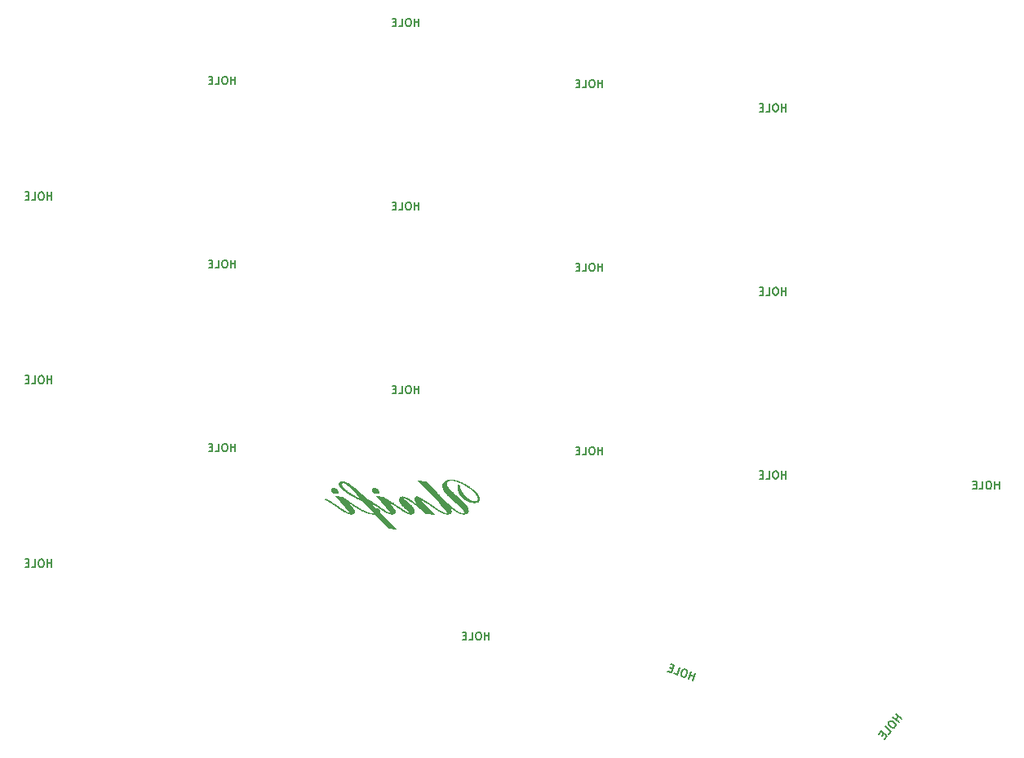
<source format=gbo>
%TF.GenerationSoftware,KiCad,Pcbnew,7.0.9*%
%TF.CreationDate,2024-06-07T00:05:01+05:30*%
%TF.ProjectId,UniFi - Plate,556e6946-6920-42d2-9050-6c6174652e6b,rev?*%
%TF.SameCoordinates,Original*%
%TF.FileFunction,Legend,Bot*%
%TF.FilePolarity,Positive*%
%FSLAX46Y46*%
G04 Gerber Fmt 4.6, Leading zero omitted, Abs format (unit mm)*
G04 Created by KiCad (PCBNEW 7.0.9) date 2024-06-07 00:05:01*
%MOMM*%
%LPD*%
G01*
G04 APERTURE LIST*
%ADD10C,0.600000*%
%ADD11C,0.152400*%
G04 APERTURE END LIST*
D10*
G36*
X115088450Y-109669351D02*
G01*
X115131775Y-109709578D01*
X115174431Y-109748928D01*
X115216420Y-109787400D01*
X115257741Y-109824994D01*
X115298394Y-109861711D01*
X115338379Y-109897550D01*
X115377697Y-109932511D01*
X115416346Y-109966594D01*
X115454328Y-109999800D01*
X115491642Y-110032127D01*
X115528288Y-110063578D01*
X115564266Y-110094150D01*
X115599576Y-110123844D01*
X115634218Y-110152661D01*
X115701500Y-110207662D01*
X115766110Y-110259151D01*
X115828048Y-110307130D01*
X115887315Y-110351597D01*
X115943911Y-110392554D01*
X115997835Y-110429999D01*
X116049088Y-110463934D01*
X116097669Y-110494357D01*
X116143579Y-110521270D01*
X116187848Y-110545640D01*
X116231812Y-110568439D01*
X116275470Y-110589665D01*
X116318824Y-110609319D01*
X116383281Y-110635852D01*
X116447051Y-110658847D01*
X116510134Y-110678304D01*
X116572531Y-110694224D01*
X116634240Y-110706606D01*
X116695263Y-110715450D01*
X116755598Y-110720757D01*
X116815247Y-110722526D01*
X116869615Y-110721169D01*
X116920978Y-110717099D01*
X116969335Y-110710315D01*
X117029136Y-110697050D01*
X117083595Y-110678961D01*
X117132710Y-110656048D01*
X117176483Y-110628311D01*
X117214913Y-110595750D01*
X117240230Y-110568164D01*
X117268585Y-110527452D01*
X117290757Y-110482984D01*
X117306748Y-110434762D01*
X117314683Y-110396130D01*
X117319141Y-110355387D01*
X117320121Y-110312531D01*
X117317624Y-110267562D01*
X117311649Y-110220482D01*
X117302197Y-110171289D01*
X117293963Y-110137320D01*
X117276461Y-110082350D01*
X117251431Y-110023442D01*
X117218873Y-109960595D01*
X117178787Y-109893810D01*
X117155922Y-109858940D01*
X117131174Y-109823086D01*
X117104545Y-109786247D01*
X117076034Y-109748424D01*
X117045640Y-109709616D01*
X117013365Y-109669824D01*
X116979208Y-109629047D01*
X116943169Y-109587285D01*
X116905248Y-109544539D01*
X116865446Y-109500808D01*
X116823761Y-109456092D01*
X116780194Y-109410392D01*
X116734746Y-109363707D01*
X116687416Y-109316038D01*
X116638203Y-109267384D01*
X116587109Y-109217745D01*
X116534133Y-109167122D01*
X116479275Y-109115515D01*
X116422535Y-109062922D01*
X116363913Y-109009345D01*
X116303409Y-108954784D01*
X116241024Y-108899238D01*
X116176756Y-108842707D01*
X116110607Y-108785191D01*
X116097173Y-108771514D01*
X116063605Y-108742245D01*
X115998394Y-108685046D01*
X115935750Y-108629634D01*
X115875672Y-108576007D01*
X115818160Y-108524166D01*
X115763215Y-108474112D01*
X115710837Y-108425843D01*
X115661024Y-108379361D01*
X115613779Y-108334664D01*
X115569099Y-108291754D01*
X115526987Y-108250630D01*
X115487440Y-108211291D01*
X115450460Y-108173739D01*
X115416047Y-108137973D01*
X115384200Y-108103992D01*
X115354919Y-108071798D01*
X115341242Y-108056371D01*
X115302662Y-108011420D01*
X115267067Y-107967791D01*
X115234456Y-107925484D01*
X115204828Y-107884500D01*
X115178184Y-107844838D01*
X115154525Y-107806499D01*
X115133849Y-107769482D01*
X115110922Y-107722183D01*
X115093300Y-107677234D01*
X115083565Y-107645066D01*
X115072784Y-107595500D01*
X115067308Y-107548895D01*
X115067136Y-107505252D01*
X115072269Y-107464570D01*
X115086145Y-107417883D01*
X115108309Y-107375822D01*
X115138762Y-107338389D01*
X115145847Y-107331458D01*
X115185567Y-107299654D01*
X115232978Y-107273240D01*
X115288082Y-107252217D01*
X115337703Y-107239280D01*
X115392248Y-107229793D01*
X115451715Y-107223755D01*
X115516105Y-107221168D01*
X115532972Y-107221060D01*
X115599759Y-107222898D01*
X115669142Y-107228410D01*
X115741124Y-107237598D01*
X115790554Y-107245765D01*
X115841139Y-107255565D01*
X115892879Y-107266999D01*
X115945772Y-107280066D01*
X115999821Y-107294766D01*
X116055023Y-107311100D01*
X116111381Y-107329067D01*
X116168892Y-107348668D01*
X116227558Y-107369901D01*
X116287378Y-107392769D01*
X116348353Y-107417269D01*
X116379274Y-107430132D01*
X116441398Y-107456926D01*
X116503818Y-107485041D01*
X116566534Y-107514476D01*
X116629546Y-107545232D01*
X116692854Y-107577307D01*
X116756457Y-107610704D01*
X116820356Y-107645421D01*
X116884551Y-107681458D01*
X116949042Y-107718816D01*
X117013828Y-107757494D01*
X117078910Y-107797492D01*
X117144288Y-107838811D01*
X117209962Y-107881451D01*
X117275931Y-107925411D01*
X117342196Y-107970691D01*
X117408757Y-108017292D01*
X117451891Y-108048524D01*
X117493975Y-108079696D01*
X117535010Y-108110806D01*
X117574995Y-108141856D01*
X117613931Y-108172844D01*
X117651817Y-108203771D01*
X117688654Y-108234637D01*
X117724441Y-108265443D01*
X117759179Y-108296187D01*
X117792867Y-108326870D01*
X117825506Y-108357492D01*
X117857096Y-108388053D01*
X117887635Y-108418552D01*
X117931477Y-108464188D01*
X117972958Y-108509685D01*
X118011613Y-108554579D01*
X118047433Y-108598769D01*
X118080420Y-108642255D01*
X118110574Y-108685037D01*
X118137894Y-108727114D01*
X118162380Y-108768487D01*
X118184033Y-108809157D01*
X118202852Y-108849122D01*
X118218837Y-108888383D01*
X118231989Y-108926940D01*
X118239183Y-108952254D01*
X118249220Y-108997835D01*
X118255517Y-109040792D01*
X118258074Y-109081122D01*
X118256010Y-109127843D01*
X118248104Y-109170462D01*
X118234353Y-109208978D01*
X118214759Y-109243391D01*
X118184262Y-109278585D01*
X118146810Y-109306497D01*
X118102402Y-109327128D01*
X118051040Y-109340478D01*
X117992722Y-109346545D01*
X117971737Y-109346950D01*
X117911571Y-109344159D01*
X117861978Y-109337908D01*
X117811088Y-109328085D01*
X117758900Y-109314690D01*
X117705415Y-109297723D01*
X117650632Y-109277183D01*
X117594551Y-109253072D01*
X117551639Y-109232644D01*
X117508363Y-109210144D01*
X117465086Y-109185876D01*
X117421809Y-109159838D01*
X117378532Y-109132032D01*
X117335255Y-109102456D01*
X117291979Y-109071112D01*
X117248702Y-109037999D01*
X117205425Y-109003117D01*
X117162148Y-108966466D01*
X117118872Y-108928047D01*
X117090020Y-108901451D01*
X117046039Y-108860000D01*
X117002937Y-108817348D01*
X116960716Y-108773493D01*
X116919375Y-108728435D01*
X116878914Y-108682176D01*
X116839333Y-108634715D01*
X116800632Y-108586051D01*
X116762811Y-108536186D01*
X116738086Y-108502274D01*
X116713753Y-108467828D01*
X116689810Y-108432848D01*
X116666259Y-108397334D01*
X116643261Y-108361690D01*
X116621284Y-108326564D01*
X116590232Y-108274850D01*
X116561478Y-108224303D01*
X116535020Y-108174924D01*
X116510859Y-108126713D01*
X116488996Y-108079669D01*
X116469429Y-108033794D01*
X116452159Y-107989086D01*
X116437186Y-107945546D01*
X116424510Y-107903173D01*
X116420795Y-107889309D01*
X116411462Y-107848510D01*
X116403765Y-107808178D01*
X116397704Y-107768314D01*
X116393279Y-107728917D01*
X116391486Y-107706615D01*
X116387822Y-107684145D01*
X116371412Y-107646058D01*
X116356071Y-107626503D01*
X116317817Y-107601694D01*
X116296231Y-107596217D01*
X116244329Y-107608857D01*
X116208933Y-107640653D01*
X116186036Y-107683312D01*
X116172202Y-107729723D01*
X116164569Y-107773961D01*
X116161898Y-107798450D01*
X116158367Y-107849894D01*
X116157498Y-107889639D01*
X116158153Y-107930380D01*
X116160332Y-107972117D01*
X116164035Y-108014849D01*
X116169262Y-108058578D01*
X116176013Y-108103304D01*
X116184288Y-108149025D01*
X116194088Y-108195742D01*
X116205412Y-108243455D01*
X116209525Y-108259581D01*
X116228082Y-108324809D01*
X116249558Y-108388846D01*
X116273953Y-108451693D01*
X116301269Y-108513349D01*
X116331503Y-108573814D01*
X116364657Y-108633089D01*
X116400731Y-108691173D01*
X116439724Y-108748066D01*
X116481636Y-108803769D01*
X116526468Y-108858281D01*
X116574220Y-108911602D01*
X116624890Y-108963733D01*
X116678481Y-109014673D01*
X116734990Y-109064422D01*
X116794420Y-109112981D01*
X116856768Y-109160348D01*
X116920753Y-109205659D01*
X116985091Y-109248047D01*
X117049782Y-109287511D01*
X117114826Y-109324052D01*
X117180223Y-109357670D01*
X117245973Y-109388364D01*
X117312076Y-109416136D01*
X117378532Y-109440983D01*
X117445341Y-109462908D01*
X117512503Y-109481909D01*
X117580018Y-109497987D01*
X117647886Y-109511142D01*
X117716107Y-109521374D01*
X117784681Y-109528682D01*
X117853608Y-109533067D01*
X117922888Y-109534528D01*
X117980255Y-109533163D01*
X118034658Y-109529067D01*
X118086099Y-109522241D01*
X118134578Y-109512684D01*
X118194609Y-109495694D01*
X118249372Y-109473849D01*
X118298870Y-109447151D01*
X118343101Y-109415597D01*
X118382065Y-109379190D01*
X118414771Y-109338676D01*
X118440836Y-109294804D01*
X118460261Y-109247574D01*
X118473045Y-109196985D01*
X118478276Y-109156839D01*
X118479772Y-109114805D01*
X118477532Y-109070881D01*
X118471557Y-109025068D01*
X118461847Y-108977367D01*
X118457780Y-108961046D01*
X118445036Y-108917008D01*
X118429244Y-108872455D01*
X118410403Y-108827386D01*
X118388515Y-108781803D01*
X118363577Y-108735704D01*
X118335592Y-108689089D01*
X118304558Y-108641960D01*
X118270477Y-108594316D01*
X118233346Y-108546156D01*
X118193168Y-108497481D01*
X118164689Y-108464745D01*
X118134936Y-108431722D01*
X118103991Y-108398601D01*
X118071853Y-108365380D01*
X118038522Y-108332060D01*
X118003999Y-108298641D01*
X117968283Y-108265122D01*
X117931375Y-108231504D01*
X117893274Y-108197787D01*
X117853980Y-108163971D01*
X117813494Y-108130056D01*
X117771816Y-108096041D01*
X117728944Y-108061927D01*
X117684880Y-108027714D01*
X117639624Y-107993402D01*
X117593175Y-107958990D01*
X117545533Y-107924480D01*
X117477160Y-107875723D01*
X117408814Y-107828370D01*
X117340498Y-107782422D01*
X117272210Y-107737878D01*
X117203951Y-107694739D01*
X117135720Y-107653004D01*
X117067519Y-107612673D01*
X116999345Y-107573747D01*
X116931200Y-107536225D01*
X116863084Y-107500108D01*
X116794997Y-107465395D01*
X116726938Y-107432086D01*
X116658908Y-107400182D01*
X116590906Y-107369682D01*
X116522933Y-107340587D01*
X116454989Y-107312896D01*
X116387460Y-107286632D01*
X116320732Y-107262062D01*
X116254805Y-107239188D01*
X116189680Y-107218007D01*
X116125356Y-107198521D01*
X116061834Y-107180730D01*
X115999113Y-107164632D01*
X115937194Y-107150230D01*
X115876076Y-107137522D01*
X115815760Y-107126508D01*
X115756244Y-107117188D01*
X115697531Y-107109563D01*
X115639619Y-107103633D01*
X115582508Y-107099397D01*
X115526198Y-107096855D01*
X115470690Y-107096008D01*
X115413665Y-107096966D01*
X115358300Y-107099839D01*
X115304596Y-107104629D01*
X115252551Y-107111334D01*
X115202166Y-107119955D01*
X115153442Y-107130492D01*
X115106377Y-107142944D01*
X115038893Y-107165215D01*
X114975144Y-107191797D01*
X114915131Y-107222689D01*
X114858852Y-107257891D01*
X114806309Y-107297404D01*
X114757501Y-107341228D01*
X114727548Y-107372323D01*
X114687645Y-107420626D01*
X114653774Y-107470921D01*
X114625936Y-107523208D01*
X114604129Y-107577487D01*
X114588355Y-107633758D01*
X114578612Y-107692021D01*
X114575469Y-107731970D01*
X114575006Y-107772805D01*
X114577224Y-107814525D01*
X114582123Y-107857130D01*
X114589703Y-107900620D01*
X114599965Y-107944996D01*
X114614558Y-107994787D01*
X114632694Y-108045609D01*
X114654372Y-108097461D01*
X114679591Y-108150343D01*
X114708353Y-108204256D01*
X114729496Y-108240770D01*
X114752212Y-108277743D01*
X114776503Y-108315173D01*
X114802368Y-108353061D01*
X114829807Y-108391407D01*
X114858820Y-108430211D01*
X114889408Y-108469473D01*
X114921570Y-108509193D01*
X114938241Y-108529225D01*
X114974081Y-108571101D01*
X115014433Y-108616374D01*
X115059298Y-108665043D01*
X115108677Y-108717109D01*
X115162567Y-108772571D01*
X115220971Y-108831430D01*
X115251865Y-108862133D01*
X115283887Y-108893685D01*
X115317038Y-108926086D01*
X115351317Y-108959337D01*
X115386723Y-108993436D01*
X115423258Y-109028385D01*
X115460922Y-109064183D01*
X115499713Y-109100829D01*
X115539633Y-109138326D01*
X115580681Y-109176671D01*
X115622857Y-109215865D01*
X115666161Y-109255908D01*
X115710593Y-109296801D01*
X115756154Y-109338543D01*
X115802843Y-109381133D01*
X115850660Y-109424573D01*
X115899605Y-109468862D01*
X115949678Y-109514001D01*
X116000880Y-109559988D01*
X116053209Y-109606824D01*
X116102039Y-109650841D01*
X116149304Y-109693744D01*
X116195004Y-109735533D01*
X116239139Y-109776207D01*
X116281710Y-109815766D01*
X116322716Y-109854212D01*
X116362158Y-109891543D01*
X116400034Y-109927759D01*
X116436346Y-109962862D01*
X116471094Y-109996850D01*
X116504276Y-110029723D01*
X116535894Y-110061482D01*
X116580388Y-110107032D01*
X116621360Y-110150074D01*
X116646720Y-110177376D01*
X116681875Y-110216356D01*
X116714068Y-110253431D01*
X116743298Y-110288599D01*
X116769566Y-110321861D01*
X116799982Y-110363244D01*
X116825131Y-110401239D01*
X116849162Y-110443968D01*
X116864964Y-110481401D01*
X116868981Y-110494891D01*
X116875735Y-110536336D01*
X116866548Y-110575320D01*
X116864096Y-110577934D01*
X116818887Y-110593733D01*
X116765993Y-110597397D01*
X116755408Y-110597473D01*
X116689541Y-110592854D01*
X116617878Y-110578995D01*
X116566883Y-110564623D01*
X116513311Y-110546144D01*
X116457164Y-110523559D01*
X116398441Y-110496868D01*
X116337142Y-110466071D01*
X116273267Y-110431167D01*
X116206815Y-110392157D01*
X116137788Y-110349040D01*
X116066185Y-110301817D01*
X115992006Y-110250488D01*
X115953950Y-110223284D01*
X115915250Y-110195053D01*
X115875907Y-110165795D01*
X115835919Y-110135511D01*
X115795288Y-110104200D01*
X115754012Y-110071863D01*
X115712090Y-110038484D01*
X115669519Y-110004051D01*
X115626300Y-109968562D01*
X115582431Y-109932018D01*
X115537914Y-109894419D01*
X115492748Y-109855765D01*
X115446934Y-109816056D01*
X115400470Y-109775291D01*
X115353358Y-109733471D01*
X115305597Y-109690596D01*
X115257188Y-109646666D01*
X115208129Y-109601680D01*
X115158422Y-109555639D01*
X115108066Y-109508543D01*
X115057061Y-109460392D01*
X115005408Y-109411186D01*
X114953105Y-109360924D01*
X114900154Y-109309608D01*
X114846554Y-109257236D01*
X114792306Y-109203808D01*
X114737408Y-109149326D01*
X114681862Y-109093788D01*
X114625667Y-109037196D01*
X114568824Y-108979548D01*
X114511331Y-108920844D01*
X114453190Y-108861086D01*
X114394400Y-108800272D01*
X114334961Y-108738404D01*
X114274873Y-108675480D01*
X114214137Y-108611500D01*
X114152752Y-108546466D01*
X114090718Y-108480376D01*
X112976971Y-107298241D01*
X112026866Y-107213244D01*
X114236043Y-109527690D01*
X114287391Y-109582618D01*
X114337022Y-109636027D01*
X114384935Y-109687917D01*
X114431132Y-109738288D01*
X114475611Y-109787140D01*
X114518372Y-109834474D01*
X114559416Y-109880289D01*
X114598743Y-109924584D01*
X114636353Y-109967361D01*
X114672245Y-110008619D01*
X114706420Y-110048358D01*
X114738878Y-110086578D01*
X114769618Y-110123280D01*
X114798641Y-110158462D01*
X114825946Y-110192126D01*
X114851535Y-110224270D01*
X114886919Y-110269920D01*
X114919341Y-110313079D01*
X114948800Y-110353749D01*
X114975297Y-110391928D01*
X114998832Y-110427617D01*
X115025603Y-110471329D01*
X115047108Y-110510614D01*
X115066583Y-110553494D01*
X115076238Y-110582819D01*
X115066468Y-110591612D01*
X115017620Y-110597473D01*
X114966887Y-110592459D01*
X114917066Y-110580619D01*
X114860388Y-110561814D01*
X114810109Y-110541755D01*
X114755440Y-110517240D01*
X114711559Y-110495927D01*
X114665209Y-110472108D01*
X114632937Y-110454836D01*
X114580569Y-110425755D01*
X114522384Y-110392004D01*
X114480362Y-110366908D01*
X114435754Y-110339736D01*
X114388561Y-110310488D01*
X114338782Y-110279164D01*
X114286418Y-110245764D01*
X114231468Y-110210287D01*
X114173932Y-110172735D01*
X114113812Y-110133107D01*
X114051105Y-110091402D01*
X113985813Y-110047622D01*
X113917935Y-110001765D01*
X113847472Y-109953832D01*
X113774424Y-109903824D01*
X113729688Y-109873138D01*
X113685852Y-109843118D01*
X113642915Y-109813764D01*
X113600878Y-109785076D01*
X113559739Y-109757054D01*
X113519500Y-109729698D01*
X113480160Y-109703007D01*
X113441719Y-109676983D01*
X113404178Y-109651625D01*
X113331792Y-109602906D01*
X113263003Y-109556851D01*
X113197811Y-109513460D01*
X113136216Y-109472732D01*
X113078218Y-109434668D01*
X113023817Y-109399268D01*
X112973013Y-109366532D01*
X112925805Y-109336460D01*
X112882194Y-109309051D01*
X112842180Y-109284306D01*
X112788904Y-109252184D01*
X112740808Y-109224423D01*
X112695438Y-109199393D01*
X112652794Y-109177093D01*
X112600177Y-109151608D01*
X112552407Y-109130977D01*
X112499509Y-109112015D01*
X112446029Y-109099272D01*
X112416433Y-109096845D01*
X112367413Y-109105073D01*
X112356594Y-109107592D01*
X112304998Y-109109057D01*
X112248745Y-109109424D01*
X112193233Y-109109538D01*
X112172191Y-109109546D01*
X112223949Y-109130341D01*
X112277558Y-109153403D01*
X112333019Y-109178732D01*
X112390330Y-109206327D01*
X112449492Y-109236190D01*
X112510505Y-109268319D01*
X112573369Y-109302715D01*
X112638084Y-109339378D01*
X112704650Y-109378308D01*
X112773066Y-109419505D01*
X112843334Y-109462969D01*
X112915452Y-109508700D01*
X112989421Y-109556697D01*
X113065242Y-109606962D01*
X113103846Y-109632944D01*
X113142913Y-109659493D01*
X113182442Y-109686609D01*
X113222435Y-109714291D01*
X113273819Y-109750329D01*
X113323099Y-109784805D01*
X113370276Y-109817718D01*
X113415349Y-109849067D01*
X113458318Y-109878855D01*
X113499183Y-109907079D01*
X113537945Y-109933741D01*
X113586354Y-109966858D01*
X113631024Y-109997198D01*
X113662072Y-110018129D01*
X113702175Y-110045247D01*
X113741580Y-110071767D01*
X113780285Y-110097690D01*
X113818292Y-110123016D01*
X113892209Y-110171876D01*
X113963330Y-110218347D01*
X114031656Y-110262429D01*
X114097187Y-110304122D01*
X114159922Y-110343426D01*
X114219862Y-110380341D01*
X114277006Y-110414867D01*
X114331355Y-110447004D01*
X114382908Y-110476752D01*
X114431666Y-110504112D01*
X114477628Y-110529082D01*
X114520795Y-110551663D01*
X114580305Y-110581055D01*
X114598743Y-110589658D01*
X114652592Y-110613403D01*
X114705604Y-110634812D01*
X114757779Y-110653886D01*
X114809117Y-110670624D01*
X114859617Y-110685027D01*
X114909280Y-110697094D01*
X114958106Y-110706825D01*
X115006095Y-110714221D01*
X115068777Y-110720450D01*
X115129971Y-110722526D01*
X115187254Y-110720602D01*
X115240644Y-110714832D01*
X115290141Y-110705215D01*
X115346539Y-110687784D01*
X115396854Y-110664342D01*
X115441088Y-110634890D01*
X115479239Y-110599427D01*
X115510324Y-110558769D01*
X115533359Y-110514343D01*
X115545991Y-110476088D01*
X115553470Y-110435422D01*
X115555798Y-110392344D01*
X115552974Y-110346853D01*
X115544998Y-110298951D01*
X115539078Y-110274096D01*
X115526130Y-110235147D01*
X115509730Y-110197594D01*
X115488435Y-110156195D01*
X115466950Y-110118757D01*
X115442067Y-110078648D01*
X115425505Y-110053300D01*
X115400203Y-110016954D01*
X115370093Y-109977280D01*
X115335174Y-109934278D01*
X115305829Y-109899842D01*
X115273779Y-109863535D01*
X115239024Y-109825356D01*
X115201565Y-109785305D01*
X115161401Y-109743382D01*
X115118532Y-109699587D01*
X115088450Y-109669351D01*
G37*
G36*
X112018318Y-109734808D02*
G01*
X111984651Y-109706288D01*
X111918190Y-109650693D01*
X111852893Y-109597020D01*
X111788760Y-109545271D01*
X111725791Y-109495446D01*
X111663987Y-109447544D01*
X111603346Y-109401565D01*
X111543869Y-109357510D01*
X111485556Y-109315378D01*
X111428407Y-109275169D01*
X111372422Y-109236884D01*
X111317601Y-109200523D01*
X111263944Y-109166084D01*
X111211450Y-109133569D01*
X111160121Y-109102978D01*
X111109956Y-109074310D01*
X111085310Y-109060697D01*
X111036905Y-109034789D01*
X110989693Y-109010551D01*
X110943673Y-108987985D01*
X110898846Y-108967091D01*
X110855211Y-108947869D01*
X110791996Y-108922169D01*
X110731463Y-108900230D01*
X110673614Y-108882052D01*
X110618448Y-108867635D01*
X110565966Y-108856979D01*
X110516167Y-108850084D01*
X110453942Y-108846741D01*
X110400171Y-108848878D01*
X110350597Y-108855289D01*
X110294533Y-108869314D01*
X110245029Y-108890017D01*
X110202083Y-108917399D01*
X110165697Y-108951460D01*
X110141311Y-108983517D01*
X110117120Y-109028549D01*
X110103047Y-109067872D01*
X110093668Y-109110126D01*
X110088984Y-109155311D01*
X110088994Y-109203427D01*
X110093697Y-109254474D01*
X110100305Y-109294682D01*
X110109554Y-109336539D01*
X110113223Y-109350858D01*
X110125588Y-109393081D01*
X110141311Y-109435732D01*
X110160393Y-109478811D01*
X110182833Y-109522316D01*
X110208631Y-109566250D01*
X110237787Y-109610610D01*
X110270302Y-109655398D01*
X110296892Y-109689270D01*
X110306175Y-109700614D01*
X110336475Y-109736034D01*
X110371047Y-109774150D01*
X110409891Y-109814962D01*
X110453007Y-109858471D01*
X110484124Y-109888974D01*
X110517140Y-109920676D01*
X110552054Y-109953577D01*
X110588867Y-109987675D01*
X110627579Y-110022972D01*
X110668189Y-110059467D01*
X110710698Y-110097161D01*
X110755105Y-110136053D01*
X110801411Y-110176143D01*
X110849616Y-110217431D01*
X110883652Y-110247008D01*
X110918976Y-110277216D01*
X110954105Y-110306922D01*
X110977843Y-110326852D01*
X111018391Y-110361474D01*
X111053940Y-110393042D01*
X111091346Y-110428209D01*
X111125921Y-110464113D01*
X111152043Y-110497318D01*
X111162246Y-110518339D01*
X111159804Y-110532016D01*
X111140265Y-110534947D01*
X111088068Y-110524592D01*
X111038781Y-110506182D01*
X110988853Y-110483809D01*
X110943115Y-110461308D01*
X110892225Y-110434716D01*
X110850676Y-110412087D01*
X110836182Y-110404033D01*
X110790981Y-110378316D01*
X110743761Y-110350624D01*
X110694524Y-110320957D01*
X110643269Y-110289315D01*
X110589995Y-110255698D01*
X110534705Y-110220107D01*
X110496723Y-110195282D01*
X110457844Y-110169579D01*
X110418069Y-110142998D01*
X110377397Y-110115540D01*
X110335828Y-110087204D01*
X110293362Y-110057990D01*
X110249999Y-110027899D01*
X110091242Y-109915547D01*
X110013752Y-109861331D01*
X109938361Y-109808836D01*
X109865069Y-109758062D01*
X109793876Y-109709009D01*
X109724782Y-109661678D01*
X109657787Y-109616067D01*
X109592891Y-109572178D01*
X109530094Y-109530010D01*
X109469395Y-109489563D01*
X109410796Y-109450837D01*
X109354296Y-109413832D01*
X109299895Y-109378549D01*
X109247592Y-109344986D01*
X109197389Y-109313145D01*
X109149285Y-109283025D01*
X109103279Y-109254626D01*
X109059373Y-109227948D01*
X109017565Y-109202992D01*
X108977857Y-109179756D01*
X108904737Y-109138449D01*
X108840012Y-109104026D01*
X108783684Y-109076487D01*
X108735751Y-109055833D01*
X108679594Y-109037761D01*
X108652651Y-109034319D01*
X108604566Y-109042547D01*
X108594033Y-109045066D01*
X108545184Y-109046531D01*
X108490535Y-109046898D01*
X108436325Y-109047012D01*
X108415736Y-109047020D01*
X108470590Y-109070219D01*
X108529518Y-109097318D01*
X108592521Y-109128318D01*
X108659597Y-109163218D01*
X108730747Y-109202019D01*
X108805971Y-109244719D01*
X108885269Y-109291320D01*
X108926445Y-109316083D01*
X108968640Y-109341821D01*
X109011854Y-109368534D01*
X109056086Y-109396222D01*
X109101336Y-109424885D01*
X109147605Y-109454524D01*
X109194893Y-109485137D01*
X109243199Y-109516725D01*
X109292523Y-109549289D01*
X109342866Y-109582827D01*
X109394228Y-109617341D01*
X109446607Y-109652830D01*
X109500006Y-109689294D01*
X109554422Y-109726732D01*
X109609858Y-109765146D01*
X109666311Y-109804535D01*
X109723784Y-109844899D01*
X109782274Y-109886238D01*
X109888520Y-109964396D01*
X109933705Y-109996636D01*
X109996869Y-110041295D01*
X110058746Y-110084537D01*
X110119334Y-110126360D01*
X110178635Y-110166766D01*
X110236647Y-110205755D01*
X110293372Y-110243325D01*
X110348808Y-110279478D01*
X110402956Y-110314213D01*
X110455817Y-110347530D01*
X110507389Y-110379429D01*
X110557674Y-110409911D01*
X110606670Y-110438975D01*
X110654379Y-110466621D01*
X110700799Y-110492850D01*
X110745932Y-110517660D01*
X110789776Y-110541053D01*
X110832333Y-110563028D01*
X110913581Y-110602726D01*
X110989678Y-110636752D01*
X111060623Y-110665107D01*
X111126416Y-110687791D01*
X111187057Y-110704804D01*
X111242546Y-110716146D01*
X111292883Y-110721817D01*
X111316119Y-110722526D01*
X111368040Y-110720266D01*
X111416335Y-110713489D01*
X111471606Y-110698662D01*
X111521212Y-110676776D01*
X111565153Y-110647829D01*
X111603429Y-110611823D01*
X111629971Y-110577934D01*
X111651953Y-110540580D01*
X111669050Y-110500814D01*
X111681262Y-110458637D01*
X111688590Y-110414047D01*
X111691032Y-110367045D01*
X111688590Y-110317632D01*
X111681262Y-110265807D01*
X111672561Y-110225355D01*
X111669050Y-110211570D01*
X111657582Y-110171499D01*
X111643329Y-110131397D01*
X111626289Y-110091265D01*
X111606463Y-110051102D01*
X111583852Y-110010909D01*
X111558454Y-109970685D01*
X111530271Y-109930431D01*
X111499302Y-109890146D01*
X111464001Y-109848213D01*
X111433668Y-109814619D01*
X111400030Y-109779187D01*
X111363086Y-109741918D01*
X111322836Y-109702812D01*
X111279280Y-109661868D01*
X111232419Y-109619086D01*
X111199341Y-109589544D01*
X111164794Y-109559186D01*
X111128778Y-109528010D01*
X111091292Y-109496018D01*
X111052337Y-109463210D01*
X111013812Y-109433454D01*
X110971508Y-109400607D01*
X110933369Y-109370873D01*
X110892606Y-109338993D01*
X110849220Y-109304966D01*
X110812621Y-109276199D01*
X110803209Y-109268792D01*
X110758187Y-109234165D01*
X110717457Y-109202457D01*
X110681021Y-109173669D01*
X110639118Y-109139826D01*
X110604848Y-109111174D01*
X110567754Y-109077926D01*
X110544312Y-109049951D01*
X110544312Y-109037250D01*
X110562630Y-109034319D01*
X110628709Y-109041082D01*
X110686058Y-109055029D01*
X110750082Y-109076585D01*
X110796474Y-109095181D01*
X110845833Y-109117159D01*
X110898159Y-109142519D01*
X110953452Y-109171259D01*
X111011713Y-109203381D01*
X111072940Y-109238884D01*
X111137135Y-109277768D01*
X111204297Y-109320034D01*
X111274426Y-109365680D01*
X111347523Y-109414708D01*
X111385184Y-109440490D01*
X111423586Y-109467117D01*
X111462560Y-109494486D01*
X111501935Y-109522492D01*
X111541710Y-109551135D01*
X111581886Y-109580416D01*
X111622463Y-109610333D01*
X111663440Y-109640889D01*
X111704819Y-109672081D01*
X111746597Y-109703911D01*
X111788777Y-109736378D01*
X111831357Y-109769482D01*
X111874338Y-109803224D01*
X111917720Y-109837603D01*
X111961503Y-109872620D01*
X112005686Y-109908273D01*
X112050270Y-109944564D01*
X112095254Y-109981493D01*
X112140639Y-110019059D01*
X112186425Y-110057262D01*
X112232612Y-110096102D01*
X112279200Y-110135580D01*
X112326188Y-110175695D01*
X112373576Y-110216447D01*
X112421366Y-110257836D01*
X112469556Y-110299863D01*
X112518147Y-110342528D01*
X112567139Y-110385829D01*
X112616531Y-110429768D01*
X112666324Y-110474344D01*
X112716518Y-110519558D01*
X112767113Y-110565409D01*
X112818108Y-110611897D01*
X112869504Y-110659023D01*
X113900209Y-110729364D01*
X113133286Y-110019106D01*
X113091264Y-109979165D01*
X113050683Y-109940430D01*
X113011542Y-109902900D01*
X112973841Y-109866577D01*
X112937582Y-109831459D01*
X112902763Y-109797547D01*
X112869385Y-109764842D01*
X112837447Y-109733342D01*
X112792242Y-109688354D01*
X112750278Y-109646079D01*
X112711556Y-109606517D01*
X112676075Y-109569669D01*
X112643836Y-109535534D01*
X112633810Y-109524759D01*
X112596391Y-109484184D01*
X112563513Y-109447456D01*
X112535177Y-109414575D01*
X112506144Y-109378883D01*
X112480670Y-109343987D01*
X112461618Y-109307871D01*
X112457955Y-109286378D01*
X112457955Y-109284424D01*
X112503154Y-109299689D01*
X112548019Y-109323503D01*
X112595574Y-109351743D01*
X112640272Y-109379831D01*
X112690886Y-109412804D01*
X112732728Y-109440739D01*
X112774631Y-109468674D01*
X112813786Y-109493862D01*
X112861719Y-109523171D01*
X112904766Y-109547595D01*
X112951707Y-109571256D01*
X112997960Y-109589575D01*
X113038031Y-109597055D01*
X113085974Y-109584175D01*
X113089322Y-109582400D01*
X113105208Y-109544504D01*
X113103977Y-109541367D01*
X113084210Y-109503106D01*
X113054675Y-109471243D01*
X113049022Y-109466140D01*
X113011779Y-109434834D01*
X112973364Y-109405614D01*
X112933217Y-109376915D01*
X112911025Y-109361605D01*
X112865316Y-109329174D01*
X112820694Y-109297827D01*
X112777159Y-109267563D01*
X112734712Y-109238384D01*
X112693353Y-109210288D01*
X112653082Y-109183277D01*
X112613898Y-109157349D01*
X112575802Y-109132505D01*
X112520697Y-109097271D01*
X112468039Y-109064475D01*
X112417829Y-109034119D01*
X112370065Y-109006201D01*
X112324749Y-108980721D01*
X112310188Y-108972770D01*
X112267551Y-108950247D01*
X112213408Y-108923663D01*
X112162355Y-108901017D01*
X112114394Y-108882309D01*
X112058789Y-108864463D01*
X112008015Y-108852771D01*
X111953461Y-108846864D01*
X111945045Y-108846741D01*
X111892308Y-108850794D01*
X111845840Y-108862952D01*
X111799550Y-108887382D01*
X111766663Y-108917104D01*
X111740044Y-108954931D01*
X111736217Y-108962023D01*
X111720111Y-108999528D01*
X111709193Y-109039990D01*
X111703463Y-109083410D01*
X111702920Y-109129788D01*
X111706221Y-109169019D01*
X111712842Y-109210143D01*
X111722784Y-109253161D01*
X111735106Y-109297731D01*
X111750089Y-109342783D01*
X111764609Y-109380693D01*
X111780977Y-109418937D01*
X111799194Y-109457515D01*
X111819260Y-109496427D01*
X111841507Y-109534962D01*
X111867035Y-109573020D01*
X111895842Y-109610601D01*
X111927929Y-109647704D01*
X111963295Y-109684331D01*
X112001941Y-109720481D01*
X112018318Y-109734808D01*
G37*
G36*
X108024947Y-108310383D02*
G01*
X108011429Y-108270140D01*
X107992246Y-108231233D01*
X107967399Y-108193662D01*
X107936886Y-108157426D01*
X107900709Y-108122526D01*
X107858867Y-108088962D01*
X107840544Y-108075910D01*
X107793395Y-108045795D01*
X107745828Y-108020784D01*
X107697844Y-108000877D01*
X107649443Y-107986075D01*
X107600624Y-107976376D01*
X107551388Y-107971783D01*
X107531577Y-107971374D01*
X107480200Y-107974156D01*
X107426989Y-107984435D01*
X107381024Y-108002286D01*
X107342305Y-108027711D01*
X107319085Y-108050509D01*
X107293540Y-108086853D01*
X107277812Y-108127499D01*
X107271902Y-108172445D01*
X107274649Y-108214394D01*
X107282449Y-108251765D01*
X107296140Y-108294517D01*
X107315078Y-108335456D01*
X107339264Y-108374583D01*
X107368697Y-108411897D01*
X107403378Y-108447398D01*
X107443306Y-108481086D01*
X107460746Y-108494054D01*
X107505522Y-108523606D01*
X107551312Y-108548150D01*
X107598115Y-108567685D01*
X107645932Y-108582210D01*
X107694762Y-108591727D01*
X107744607Y-108596235D01*
X107764828Y-108596636D01*
X107820398Y-108593923D01*
X107869872Y-108585782D01*
X107919886Y-108569427D01*
X107961601Y-108545685D01*
X107990753Y-108519455D01*
X108015764Y-108483071D01*
X108030958Y-108441450D01*
X108036167Y-108401608D01*
X108034163Y-108357919D01*
X108026984Y-108318573D01*
X108024947Y-108310383D01*
G37*
G36*
X108874912Y-109322526D02*
G01*
X109095952Y-109511081D01*
X109134282Y-109535963D01*
X109174285Y-109562273D01*
X109214222Y-109588773D01*
X109241276Y-109606824D01*
X109285488Y-109636591D01*
X109325311Y-109662390D01*
X109368918Y-109689056D01*
X109412195Y-109712870D01*
X109458595Y-109731846D01*
X109472086Y-109733831D01*
X109520747Y-109727519D01*
X109544138Y-109719176D01*
X109568407Y-109683756D01*
X109566119Y-109669351D01*
X109540670Y-109631664D01*
X109505841Y-109601310D01*
X109464453Y-109571348D01*
X109421830Y-109543599D01*
X109392707Y-109525736D01*
X109353738Y-109500285D01*
X109311638Y-109472936D01*
X109273162Y-109448112D01*
X109233625Y-109422833D01*
X109215631Y-109411430D01*
X108949406Y-109229713D01*
X108911205Y-109202358D01*
X108903000Y-109196496D01*
X108859952Y-109165124D01*
X108818278Y-109134386D01*
X108777978Y-109104284D01*
X108739052Y-109074818D01*
X108701500Y-109045986D01*
X108665321Y-109017791D01*
X108630517Y-108990230D01*
X108586248Y-108954472D01*
X108544421Y-108919843D01*
X108514654Y-108894612D01*
X107691556Y-108841856D01*
X108712491Y-109977096D01*
X108753013Y-110020751D01*
X108791688Y-110062688D01*
X108828518Y-110102908D01*
X108863501Y-110141411D01*
X108896639Y-110178196D01*
X108927930Y-110213264D01*
X108957375Y-110246615D01*
X108993764Y-110288411D01*
X109026870Y-110327154D01*
X109049546Y-110354207D01*
X109076870Y-110387196D01*
X109106304Y-110423665D01*
X109134697Y-110460439D01*
X109160800Y-110497609D01*
X109174110Y-110523224D01*
X109174110Y-110532993D01*
X109165561Y-110534947D01*
X109112362Y-110525361D01*
X109067252Y-110509633D01*
X109013019Y-110486415D01*
X108963064Y-110462449D01*
X108921766Y-110441329D01*
X108877183Y-110417512D01*
X108829316Y-110390999D01*
X108812630Y-110381563D01*
X108760599Y-110351524D01*
X108705712Y-110318926D01*
X108647970Y-110283769D01*
X108607890Y-110258910D01*
X108566540Y-110232913D01*
X108523922Y-110205779D01*
X108480034Y-110177508D01*
X108434878Y-110148100D01*
X108388453Y-110117554D01*
X108340759Y-110085871D01*
X108291795Y-110053051D01*
X108241564Y-110019094D01*
X108190063Y-109983999D01*
X108137293Y-109947767D01*
X108110432Y-109929225D01*
X108064037Y-109897215D01*
X108018579Y-109865909D01*
X107974058Y-109835307D01*
X107930475Y-109805409D01*
X107887829Y-109776215D01*
X107846120Y-109747726D01*
X107805349Y-109719940D01*
X107765515Y-109692859D01*
X107726619Y-109666482D01*
X107688660Y-109640808D01*
X107615554Y-109591574D01*
X107546198Y-109545157D01*
X107480591Y-109501556D01*
X107418733Y-109460771D01*
X107360626Y-109422803D01*
X107306267Y-109387651D01*
X107255658Y-109355315D01*
X107208799Y-109325796D01*
X107165689Y-109299094D01*
X107126329Y-109275207D01*
X107090718Y-109254138D01*
X107041499Y-109226028D01*
X106995048Y-109200683D01*
X106951367Y-109178103D01*
X106897434Y-109152297D01*
X106848423Y-109131407D01*
X106794082Y-109112206D01*
X106739028Y-109099303D01*
X106708478Y-109096845D01*
X106659471Y-109104067D01*
X106651081Y-109105638D01*
X106598874Y-109107103D01*
X106542775Y-109107470D01*
X106487577Y-109107584D01*
X106466678Y-109107592D01*
X106522725Y-109130650D01*
X106580957Y-109156349D01*
X106641373Y-109184689D01*
X106703975Y-109215669D01*
X106768761Y-109249291D01*
X106835732Y-109285553D01*
X106904888Y-109324457D01*
X106976229Y-109366001D01*
X107049755Y-109410186D01*
X107125466Y-109457012D01*
X107164140Y-109481415D01*
X107203361Y-109506479D01*
X107243128Y-109532202D01*
X107283441Y-109558586D01*
X107324300Y-109585631D01*
X107365706Y-109613335D01*
X107407658Y-109641700D01*
X107450156Y-109670724D01*
X107493200Y-109700409D01*
X107536791Y-109730755D01*
X107580927Y-109761760D01*
X107625610Y-109793426D01*
X107669109Y-109824429D01*
X107710761Y-109854059D01*
X107750567Y-109882315D01*
X107788528Y-109909197D01*
X107836269Y-109942903D01*
X107880729Y-109974166D01*
X107921907Y-110002986D01*
X107959803Y-110029364D01*
X107994417Y-110053300D01*
X108062852Y-110100702D01*
X108129246Y-110146189D01*
X108193599Y-110189760D01*
X108255909Y-110231414D01*
X108316178Y-110271153D01*
X108374405Y-110308977D01*
X108430591Y-110344884D01*
X108484734Y-110378876D01*
X108536836Y-110410952D01*
X108586896Y-110441112D01*
X108634915Y-110469357D01*
X108680892Y-110495685D01*
X108724827Y-110520098D01*
X108766720Y-110542595D01*
X108825732Y-110572749D01*
X108844382Y-110581842D01*
X108898997Y-110606984D01*
X108952474Y-110629652D01*
X109004813Y-110649848D01*
X109056014Y-110667571D01*
X109106078Y-110682821D01*
X109155004Y-110695598D01*
X109202793Y-110705902D01*
X109264741Y-110715794D01*
X109324666Y-110721289D01*
X109368283Y-110722526D01*
X109419860Y-110720846D01*
X109479126Y-110714025D01*
X109532608Y-110701956D01*
X109580305Y-110684639D01*
X109622219Y-110662076D01*
X109658349Y-110634264D01*
X109677250Y-110615059D01*
X109703147Y-110579567D01*
X109722068Y-110540259D01*
X109734011Y-110497135D01*
X109738978Y-110450195D01*
X109737929Y-110409895D01*
X109732414Y-110367152D01*
X109722435Y-110321967D01*
X109706625Y-110275216D01*
X109681176Y-110221423D01*
X109658855Y-110181650D01*
X109632251Y-110138747D01*
X109601363Y-110092715D01*
X109566191Y-110043553D01*
X109526735Y-109991263D01*
X109482996Y-109935842D01*
X109434972Y-109877293D01*
X109382665Y-109815614D01*
X109326075Y-109750806D01*
X109296173Y-109717228D01*
X109265200Y-109682868D01*
X109233156Y-109647725D01*
X109200041Y-109611801D01*
X109165856Y-109575094D01*
X109130599Y-109537604D01*
X109094272Y-109499333D01*
X109056873Y-109460279D01*
X109019965Y-109424776D01*
X108984344Y-109393738D01*
X108944415Y-109363170D01*
X108906239Y-109338680D01*
X108874912Y-109322526D01*
G37*
G36*
X104234684Y-107283825D02*
G01*
X104295435Y-107287403D01*
X104357645Y-107295274D01*
X104421316Y-107307438D01*
X104486445Y-107323896D01*
X104553035Y-107344647D01*
X104598239Y-107360866D01*
X104644092Y-107378994D01*
X104690593Y-107399029D01*
X104737744Y-107420973D01*
X104785543Y-107444825D01*
X104833991Y-107470585D01*
X104883087Y-107498253D01*
X104932833Y-107527829D01*
X104983775Y-107559779D01*
X105036769Y-107594569D01*
X105091815Y-107632197D01*
X105148911Y-107672665D01*
X105208059Y-107715973D01*
X105269258Y-107762119D01*
X105332508Y-107811105D01*
X105397810Y-107862930D01*
X105465163Y-107917595D01*
X105499608Y-107945992D01*
X105534567Y-107975099D01*
X105570038Y-108004916D01*
X105606022Y-108035442D01*
X105642519Y-108066679D01*
X105679529Y-108098625D01*
X105717051Y-108131281D01*
X105755087Y-108164647D01*
X105793635Y-108198722D01*
X105832696Y-108233508D01*
X105872270Y-108269003D01*
X105912356Y-108305208D01*
X105952956Y-108342123D01*
X105994068Y-108379748D01*
X106000202Y-108385538D01*
X106032295Y-108415840D01*
X106066985Y-108448614D01*
X106102098Y-108481800D01*
X106135729Y-108513593D01*
X106172711Y-108547650D01*
X106209164Y-108581065D01*
X106245087Y-108613840D01*
X106280481Y-108645973D01*
X106315345Y-108677465D01*
X106349680Y-108708316D01*
X106383485Y-108738526D01*
X106416761Y-108768094D01*
X106481723Y-108825308D01*
X106544568Y-108879958D01*
X106605295Y-108932042D01*
X106663904Y-108981563D01*
X106720394Y-109028518D01*
X106774767Y-109072909D01*
X106827022Y-109114736D01*
X106877158Y-109153998D01*
X106925177Y-109190696D01*
X106971077Y-109224829D01*
X107014860Y-109256397D01*
X107056524Y-109285401D01*
X107309316Y-109448555D01*
X107346031Y-109473806D01*
X107386720Y-109500834D01*
X107424758Y-109525415D01*
X107465717Y-109551301D01*
X107509595Y-109578492D01*
X107518619Y-109584294D01*
X107559698Y-109611499D01*
X107600098Y-109640179D01*
X107634968Y-109668168D01*
X107664689Y-109704521D01*
X107667456Y-109724843D01*
X107650034Y-109762163D01*
X107631078Y-109774956D01*
X107582868Y-109784633D01*
X107550524Y-109777695D01*
X107502038Y-109756881D01*
X107460746Y-109735296D01*
X107412279Y-109707544D01*
X107371221Y-109682683D01*
X107326126Y-109654352D01*
X107276996Y-109622553D01*
X107223831Y-109587285D01*
X107180897Y-109558037D01*
X107140635Y-109529399D01*
X107103045Y-109501372D01*
X107059813Y-109467198D01*
X107023618Y-109436411D01*
X107674459Y-110064047D01*
X107725750Y-110064047D01*
X107750000Y-110064768D01*
X107798371Y-110070538D01*
X107846571Y-110082079D01*
X107894599Y-110099390D01*
X107942455Y-110122471D01*
X107982205Y-110146113D01*
X107989968Y-110151199D01*
X108032444Y-110182477D01*
X108067878Y-110215061D01*
X108096271Y-110248949D01*
X108117623Y-110284143D01*
X108133635Y-110326852D01*
X108137642Y-110345502D01*
X108139255Y-110385676D01*
X108131193Y-110425526D01*
X108115064Y-110462926D01*
X108090893Y-110497822D01*
X109867759Y-112294473D01*
X109070306Y-112215338D01*
X107620725Y-110716664D01*
X107589069Y-110718374D01*
X107540125Y-110720572D01*
X107494598Y-110721974D01*
X107443649Y-110722526D01*
X107421047Y-110722352D01*
X107352211Y-110719747D01*
X107281829Y-110714017D01*
X107209901Y-110705162D01*
X107161091Y-110697521D01*
X107111593Y-110688492D01*
X107061409Y-110678073D01*
X107010538Y-110666266D01*
X106958980Y-110653069D01*
X106906735Y-110638483D01*
X106853803Y-110622508D01*
X106800184Y-110605144D01*
X106745878Y-110586391D01*
X106690885Y-110566248D01*
X106635205Y-110544717D01*
X106578548Y-110521686D01*
X106520621Y-110497044D01*
X106461426Y-110470791D01*
X106400961Y-110442929D01*
X106339228Y-110413455D01*
X106276226Y-110382372D01*
X106211954Y-110349678D01*
X106146414Y-110315373D01*
X106079605Y-110279458D01*
X106011527Y-110241932D01*
X105942180Y-110202796D01*
X105871565Y-110162049D01*
X105799680Y-110119692D01*
X105726526Y-110075725D01*
X105652104Y-110030147D01*
X105576413Y-109982958D01*
X105541627Y-109960396D01*
X105503216Y-109935209D01*
X105461180Y-109907396D01*
X105415518Y-109876957D01*
X105366230Y-109843893D01*
X105326885Y-109817371D01*
X105285501Y-109789373D01*
X105242078Y-109759898D01*
X105196615Y-109728946D01*
X105127569Y-109682227D01*
X105059343Y-109637080D01*
X104991937Y-109593505D01*
X104925353Y-109551503D01*
X104859588Y-109511074D01*
X104794645Y-109472216D01*
X104730521Y-109434931D01*
X104667219Y-109399218D01*
X104604736Y-109365077D01*
X104543074Y-109332509D01*
X104482233Y-109301513D01*
X104422212Y-109272090D01*
X104363012Y-109244238D01*
X104304632Y-109217959D01*
X104247073Y-109193253D01*
X104190334Y-109170118D01*
X104210938Y-109170110D01*
X104265363Y-109169996D01*
X104320699Y-109169630D01*
X104372295Y-109168164D01*
X104380478Y-109166593D01*
X104429692Y-109159371D01*
X104440742Y-109159910D01*
X104498320Y-109172848D01*
X104555554Y-109193871D01*
X104600400Y-109213277D01*
X104650599Y-109236995D01*
X104706149Y-109265026D01*
X104767053Y-109297369D01*
X104833308Y-109334024D01*
X104904916Y-109374992D01*
X104981877Y-109420272D01*
X105022364Y-109444530D01*
X105064189Y-109469865D01*
X105107353Y-109496279D01*
X105151855Y-109523770D01*
X105197694Y-109552340D01*
X105244872Y-109581988D01*
X105293388Y-109612714D01*
X105343242Y-109644518D01*
X105394434Y-109677400D01*
X105446964Y-109711360D01*
X105592288Y-109804173D01*
X105665618Y-109852514D01*
X105737842Y-109899351D01*
X105808958Y-109944685D01*
X105878968Y-109988515D01*
X105947872Y-110030841D01*
X106015668Y-110071664D01*
X106082358Y-110110984D01*
X106147941Y-110148799D01*
X106212417Y-110185111D01*
X106275787Y-110219920D01*
X106338049Y-110253224D01*
X106399206Y-110285026D01*
X106459255Y-110315323D01*
X106518198Y-110344117D01*
X106576034Y-110371407D01*
X106632763Y-110397194D01*
X106688285Y-110421447D01*
X106742500Y-110444135D01*
X106795409Y-110465258D01*
X106847010Y-110484816D01*
X106897304Y-110502810D01*
X106946291Y-110519239D01*
X106993970Y-110534104D01*
X107063039Y-110553467D01*
X107129167Y-110569309D01*
X107192354Y-110581631D01*
X107252601Y-110590432D01*
X107309906Y-110595713D01*
X107364270Y-110597473D01*
X107368735Y-110597473D01*
X107419835Y-110597473D01*
X107469295Y-110597473D01*
X107502267Y-110612128D01*
X106232205Y-109317641D01*
X106172710Y-109292222D01*
X106113752Y-109266647D01*
X106055330Y-109240916D01*
X105997445Y-109215028D01*
X105940097Y-109188984D01*
X105883286Y-109162783D01*
X105827011Y-109136426D01*
X105771273Y-109109912D01*
X105716071Y-109083242D01*
X105661406Y-109056415D01*
X105607278Y-109029432D01*
X105553686Y-109002293D01*
X105500632Y-108974997D01*
X105448113Y-108947544D01*
X105396132Y-108919935D01*
X105344687Y-108892170D01*
X105293779Y-108864248D01*
X105243407Y-108836169D01*
X105193573Y-108807935D01*
X105144274Y-108779543D01*
X105095513Y-108750995D01*
X105047288Y-108722291D01*
X104999600Y-108693431D01*
X104952448Y-108664413D01*
X104905834Y-108635240D01*
X104859755Y-108605910D01*
X104814214Y-108576423D01*
X104769209Y-108546780D01*
X104724741Y-108516980D01*
X104680809Y-108487024D01*
X104637414Y-108456912D01*
X104594556Y-108426643D01*
X104552478Y-108396404D01*
X104511576Y-108366506D01*
X104471849Y-108336947D01*
X104433299Y-108307727D01*
X104395924Y-108278847D01*
X104359725Y-108250307D01*
X104290856Y-108194246D01*
X104226689Y-108139543D01*
X104167227Y-108086199D01*
X104112468Y-108034213D01*
X104062412Y-107983586D01*
X104017060Y-107934318D01*
X103976412Y-107886408D01*
X103940467Y-107839857D01*
X103909226Y-107794665D01*
X103882689Y-107750831D01*
X103860855Y-107708355D01*
X103843724Y-107667238D01*
X103831297Y-107627480D01*
X103828768Y-107617414D01*
X103821488Y-107578541D01*
X103820558Y-107562962D01*
X104164283Y-107562962D01*
X104170795Y-107602079D01*
X104182167Y-107639601D01*
X104197051Y-107677916D01*
X104215446Y-107717026D01*
X104237351Y-107756929D01*
X104262768Y-107797626D01*
X104291695Y-107839117D01*
X104324134Y-107881401D01*
X104360083Y-107924480D01*
X104399544Y-107968352D01*
X104442515Y-108013018D01*
X104488998Y-108058477D01*
X104538991Y-108104731D01*
X104592495Y-108151778D01*
X104649511Y-108199619D01*
X104710037Y-108248254D01*
X104774075Y-108297683D01*
X104840760Y-108347394D01*
X104909229Y-108396876D01*
X104979482Y-108446129D01*
X105051519Y-108495153D01*
X105125341Y-108543948D01*
X105200946Y-108592514D01*
X105239418Y-108616712D01*
X105278336Y-108640852D01*
X105317700Y-108664934D01*
X105357510Y-108688960D01*
X105397766Y-108712928D01*
X105438468Y-108736839D01*
X105479616Y-108760693D01*
X105521210Y-108784489D01*
X105563250Y-108808228D01*
X105605736Y-108831910D01*
X105648668Y-108855535D01*
X105692046Y-108879103D01*
X105735870Y-108902613D01*
X105780141Y-108926066D01*
X105824857Y-108949462D01*
X105870019Y-108972800D01*
X105915627Y-108996082D01*
X105961682Y-109019306D01*
X106008182Y-109042473D01*
X106055128Y-109065582D01*
X106016583Y-109018412D01*
X105978340Y-108971911D01*
X105940400Y-108926080D01*
X105902763Y-108880919D01*
X105865429Y-108836428D01*
X105828398Y-108792606D01*
X105791669Y-108749455D01*
X105755244Y-108706973D01*
X105719122Y-108665160D01*
X105683302Y-108624018D01*
X105647786Y-108583545D01*
X105612572Y-108543742D01*
X105577661Y-108504609D01*
X105543053Y-108466145D01*
X105508748Y-108428352D01*
X105474746Y-108391228D01*
X105441047Y-108354773D01*
X105407651Y-108318989D01*
X105374558Y-108283874D01*
X105341768Y-108249429D01*
X105309280Y-108215654D01*
X105277096Y-108182549D01*
X105245214Y-108150113D01*
X105213636Y-108118347D01*
X105182360Y-108087251D01*
X105151387Y-108056825D01*
X105090350Y-107997981D01*
X105030525Y-107941817D01*
X104971911Y-107888332D01*
X104943051Y-107862666D01*
X104886646Y-107813779D01*
X104831997Y-107768152D01*
X104779103Y-107725783D01*
X104727964Y-107686674D01*
X104678582Y-107650824D01*
X104630954Y-107618232D01*
X104585082Y-107588900D01*
X104540966Y-107562828D01*
X104498605Y-107540014D01*
X104438355Y-107511904D01*
X104382055Y-107491127D01*
X104329705Y-107477683D01*
X104266050Y-107471165D01*
X104218799Y-107477149D01*
X104179343Y-107502428D01*
X104168299Y-107522950D01*
X104164283Y-107562962D01*
X103820558Y-107562962D01*
X103818775Y-107533084D01*
X103823158Y-107491110D01*
X103834637Y-107452618D01*
X103857778Y-107411024D01*
X103891137Y-107374445D01*
X103911412Y-107358207D01*
X103958209Y-107330524D01*
X104003570Y-107312335D01*
X104054714Y-107298582D01*
X104111642Y-107289265D01*
X104161350Y-107285006D01*
X104214759Y-107283586D01*
X104234684Y-107283825D01*
G37*
G36*
X103799546Y-108310383D02*
G01*
X103786028Y-108270140D01*
X103766845Y-108231233D01*
X103741997Y-108193662D01*
X103711485Y-108157426D01*
X103675308Y-108122526D01*
X103633465Y-108088962D01*
X103615142Y-108075910D01*
X103567993Y-108045795D01*
X103520427Y-108020784D01*
X103472443Y-108000877D01*
X103424042Y-107986075D01*
X103375223Y-107976376D01*
X103325987Y-107971783D01*
X103306175Y-107971374D01*
X103254798Y-107974156D01*
X103201587Y-107984435D01*
X103155622Y-108002286D01*
X103116904Y-108027711D01*
X103093684Y-108050509D01*
X103068139Y-108086853D01*
X103052411Y-108127499D01*
X103046500Y-108172445D01*
X103049248Y-108214394D01*
X103057048Y-108251765D01*
X103070739Y-108294517D01*
X103089677Y-108335456D01*
X103113863Y-108374583D01*
X103143296Y-108411897D01*
X103177976Y-108447398D01*
X103217904Y-108481086D01*
X103235345Y-108494054D01*
X103280121Y-108523606D01*
X103325910Y-108548150D01*
X103372714Y-108567685D01*
X103420531Y-108582210D01*
X103469361Y-108591727D01*
X103519206Y-108596235D01*
X103539427Y-108596636D01*
X103594997Y-108593923D01*
X103644471Y-108585782D01*
X103694484Y-108569427D01*
X103736200Y-108545685D01*
X103765352Y-108519455D01*
X103790363Y-108483071D01*
X103805556Y-108441450D01*
X103810766Y-108401608D01*
X103808762Y-108357919D01*
X103801583Y-108318573D01*
X103799546Y-108310383D01*
G37*
G36*
X104649511Y-109322526D02*
G01*
X104870551Y-109511081D01*
X104908881Y-109535963D01*
X104948884Y-109562273D01*
X104988821Y-109588773D01*
X105015875Y-109606824D01*
X105060087Y-109636591D01*
X105099910Y-109662390D01*
X105143517Y-109689056D01*
X105186794Y-109712870D01*
X105233194Y-109731846D01*
X105246685Y-109733831D01*
X105295346Y-109727519D01*
X105318736Y-109719176D01*
X105343006Y-109683756D01*
X105340718Y-109669351D01*
X105315268Y-109631664D01*
X105280440Y-109601310D01*
X105239052Y-109571348D01*
X105196429Y-109543599D01*
X105167306Y-109525736D01*
X105128337Y-109500285D01*
X105086237Y-109472936D01*
X105047760Y-109448112D01*
X105008224Y-109422833D01*
X104990230Y-109411430D01*
X104724005Y-109229713D01*
X104685804Y-109202358D01*
X104677599Y-109196496D01*
X104634551Y-109165124D01*
X104592877Y-109134386D01*
X104552577Y-109104284D01*
X104513651Y-109074818D01*
X104476098Y-109045986D01*
X104439920Y-109017791D01*
X104405115Y-108990230D01*
X104360846Y-108954472D01*
X104319020Y-108919843D01*
X104289253Y-108894612D01*
X103466154Y-108841856D01*
X104487089Y-109977096D01*
X104527611Y-110020751D01*
X104566287Y-110062688D01*
X104603117Y-110102908D01*
X104638100Y-110141411D01*
X104671238Y-110178196D01*
X104702529Y-110213264D01*
X104731974Y-110246615D01*
X104768362Y-110288411D01*
X104801469Y-110327154D01*
X104824145Y-110354207D01*
X104851469Y-110387196D01*
X104880902Y-110423665D01*
X104909296Y-110460439D01*
X104935399Y-110497609D01*
X104948708Y-110523224D01*
X104948708Y-110532993D01*
X104940160Y-110534947D01*
X104886961Y-110525361D01*
X104841851Y-110509633D01*
X104787618Y-110486415D01*
X104737663Y-110462449D01*
X104696364Y-110441329D01*
X104651782Y-110417512D01*
X104603915Y-110390999D01*
X104587229Y-110381563D01*
X104535197Y-110351524D01*
X104480311Y-110318926D01*
X104422569Y-110283769D01*
X104382488Y-110258910D01*
X104341139Y-110232913D01*
X104298520Y-110205779D01*
X104254633Y-110177508D01*
X104209477Y-110148100D01*
X104163051Y-110117554D01*
X104115357Y-110085871D01*
X104066394Y-110053051D01*
X104016162Y-110019094D01*
X103964661Y-109983999D01*
X103911892Y-109947767D01*
X103885031Y-109929225D01*
X103838635Y-109897215D01*
X103793177Y-109865909D01*
X103748657Y-109835307D01*
X103705073Y-109805409D01*
X103662428Y-109776215D01*
X103620719Y-109747726D01*
X103579948Y-109719940D01*
X103540114Y-109692859D01*
X103501218Y-109666482D01*
X103463259Y-109640808D01*
X103390153Y-109591574D01*
X103320796Y-109545157D01*
X103255190Y-109501556D01*
X103193332Y-109460771D01*
X103135224Y-109422803D01*
X103080866Y-109387651D01*
X103030257Y-109355315D01*
X102983398Y-109325796D01*
X102940288Y-109299094D01*
X102900928Y-109275207D01*
X102865317Y-109254138D01*
X102816097Y-109226028D01*
X102769647Y-109200683D01*
X102725966Y-109178103D01*
X102672032Y-109152297D01*
X102623022Y-109131407D01*
X102568681Y-109112206D01*
X102513626Y-109099303D01*
X102483077Y-109096845D01*
X102434070Y-109104067D01*
X102425680Y-109105638D01*
X102373473Y-109107103D01*
X102317373Y-109107470D01*
X102262175Y-109107584D01*
X102241276Y-109107592D01*
X102297323Y-109130650D01*
X102355555Y-109156349D01*
X102415972Y-109184689D01*
X102478574Y-109215669D01*
X102543360Y-109249291D01*
X102610331Y-109285553D01*
X102679487Y-109324457D01*
X102750828Y-109366001D01*
X102824354Y-109410186D01*
X102900064Y-109457012D01*
X102938739Y-109481415D01*
X102977960Y-109506479D01*
X103017727Y-109532202D01*
X103058040Y-109558586D01*
X103098899Y-109585631D01*
X103140305Y-109613335D01*
X103182257Y-109641700D01*
X103224755Y-109670724D01*
X103267799Y-109700409D01*
X103311389Y-109730755D01*
X103355526Y-109761760D01*
X103400209Y-109793426D01*
X103443707Y-109824429D01*
X103485360Y-109854059D01*
X103525166Y-109882315D01*
X103563126Y-109909197D01*
X103610868Y-109942903D01*
X103655328Y-109974166D01*
X103696506Y-110002986D01*
X103734402Y-110029364D01*
X103769015Y-110053300D01*
X103837451Y-110100702D01*
X103903845Y-110146189D01*
X103968197Y-110189760D01*
X104030508Y-110231414D01*
X104090777Y-110271153D01*
X104149004Y-110308977D01*
X104205189Y-110344884D01*
X104259333Y-110378876D01*
X104311435Y-110410952D01*
X104361495Y-110441112D01*
X104409514Y-110469357D01*
X104455491Y-110495685D01*
X104499426Y-110520098D01*
X104541319Y-110542595D01*
X104600331Y-110572749D01*
X104618981Y-110581842D01*
X104673595Y-110606984D01*
X104727072Y-110629652D01*
X104779412Y-110649848D01*
X104830613Y-110667571D01*
X104880677Y-110682821D01*
X104929603Y-110695598D01*
X104977391Y-110705902D01*
X105039339Y-110715794D01*
X105099265Y-110721289D01*
X105142881Y-110722526D01*
X105194459Y-110720846D01*
X105253725Y-110714025D01*
X105307206Y-110701956D01*
X105354904Y-110684639D01*
X105396818Y-110662076D01*
X105432947Y-110634264D01*
X105451849Y-110615059D01*
X105477746Y-110579567D01*
X105496666Y-110540259D01*
X105508610Y-110497135D01*
X105513577Y-110450195D01*
X105512528Y-110409895D01*
X105507013Y-110367152D01*
X105497034Y-110321967D01*
X105481223Y-110275216D01*
X105455775Y-110221423D01*
X105433454Y-110181650D01*
X105406850Y-110138747D01*
X105375962Y-110092715D01*
X105340790Y-110043553D01*
X105301334Y-109991263D01*
X105257595Y-109935842D01*
X105209571Y-109877293D01*
X105157264Y-109815614D01*
X105100673Y-109750806D01*
X105070771Y-109717228D01*
X105039799Y-109682868D01*
X105007755Y-109647725D01*
X104974640Y-109611801D01*
X104940454Y-109575094D01*
X104905198Y-109537604D01*
X104868870Y-109499333D01*
X104831472Y-109460279D01*
X104794563Y-109424776D01*
X104758943Y-109393738D01*
X104719014Y-109363170D01*
X104680838Y-109338680D01*
X104649511Y-109322526D01*
G37*
D11*
X150233266Y-107018721D02*
X150233266Y-106205921D01*
X150233266Y-106592969D02*
X149768809Y-106592969D01*
X149768809Y-107018721D02*
X149768809Y-106205921D01*
X149226942Y-106205921D02*
X149072123Y-106205921D01*
X149072123Y-106205921D02*
X148994713Y-106244626D01*
X148994713Y-106244626D02*
X148917304Y-106322036D01*
X148917304Y-106322036D02*
X148878599Y-106476855D01*
X148878599Y-106476855D02*
X148878599Y-106747788D01*
X148878599Y-106747788D02*
X148917304Y-106902607D01*
X148917304Y-106902607D02*
X148994713Y-106980017D01*
X148994713Y-106980017D02*
X149072123Y-107018721D01*
X149072123Y-107018721D02*
X149226942Y-107018721D01*
X149226942Y-107018721D02*
X149304351Y-106980017D01*
X149304351Y-106980017D02*
X149381761Y-106902607D01*
X149381761Y-106902607D02*
X149420465Y-106747788D01*
X149420465Y-106747788D02*
X149420465Y-106476855D01*
X149420465Y-106476855D02*
X149381761Y-106322036D01*
X149381761Y-106322036D02*
X149304351Y-106244626D01*
X149304351Y-106244626D02*
X149226942Y-106205921D01*
X148143208Y-107018721D02*
X148530256Y-107018721D01*
X148530256Y-107018721D02*
X148530256Y-106205921D01*
X147872275Y-106592969D02*
X147601341Y-106592969D01*
X147485227Y-107018721D02*
X147872275Y-107018721D01*
X147872275Y-107018721D02*
X147872275Y-106205921D01*
X147872275Y-106205921D02*
X147485227Y-106205921D01*
X112133266Y-98180121D02*
X112133266Y-97367321D01*
X112133266Y-97754369D02*
X111668809Y-97754369D01*
X111668809Y-98180121D02*
X111668809Y-97367321D01*
X111126942Y-97367321D02*
X110972123Y-97367321D01*
X110972123Y-97367321D02*
X110894713Y-97406026D01*
X110894713Y-97406026D02*
X110817304Y-97483436D01*
X110817304Y-97483436D02*
X110778599Y-97638255D01*
X110778599Y-97638255D02*
X110778599Y-97909188D01*
X110778599Y-97909188D02*
X110817304Y-98064007D01*
X110817304Y-98064007D02*
X110894713Y-98141417D01*
X110894713Y-98141417D02*
X110972123Y-98180121D01*
X110972123Y-98180121D02*
X111126942Y-98180121D01*
X111126942Y-98180121D02*
X111204351Y-98141417D01*
X111204351Y-98141417D02*
X111281761Y-98064007D01*
X111281761Y-98064007D02*
X111320465Y-97909188D01*
X111320465Y-97909188D02*
X111320465Y-97638255D01*
X111320465Y-97638255D02*
X111281761Y-97483436D01*
X111281761Y-97483436D02*
X111204351Y-97406026D01*
X111204351Y-97406026D02*
X111126942Y-97367321D01*
X110043208Y-98180121D02*
X110430256Y-98180121D01*
X110430256Y-98180121D02*
X110430256Y-97367321D01*
X109772275Y-97754369D02*
X109501341Y-97754369D01*
X109385227Y-98180121D02*
X109772275Y-98180121D01*
X109772275Y-98180121D02*
X109772275Y-97367321D01*
X109772275Y-97367321D02*
X109385227Y-97367321D01*
X119419266Y-123730121D02*
X119419266Y-122917321D01*
X119419266Y-123304369D02*
X118954809Y-123304369D01*
X118954809Y-123730121D02*
X118954809Y-122917321D01*
X118412942Y-122917321D02*
X118258123Y-122917321D01*
X118258123Y-122917321D02*
X118180713Y-122956026D01*
X118180713Y-122956026D02*
X118103304Y-123033436D01*
X118103304Y-123033436D02*
X118064599Y-123188255D01*
X118064599Y-123188255D02*
X118064599Y-123459188D01*
X118064599Y-123459188D02*
X118103304Y-123614007D01*
X118103304Y-123614007D02*
X118180713Y-123691417D01*
X118180713Y-123691417D02*
X118258123Y-123730121D01*
X118258123Y-123730121D02*
X118412942Y-123730121D01*
X118412942Y-123730121D02*
X118490351Y-123691417D01*
X118490351Y-123691417D02*
X118567761Y-123614007D01*
X118567761Y-123614007D02*
X118606465Y-123459188D01*
X118606465Y-123459188D02*
X118606465Y-123188255D01*
X118606465Y-123188255D02*
X118567761Y-123033436D01*
X118567761Y-123033436D02*
X118490351Y-122956026D01*
X118490351Y-122956026D02*
X118412942Y-122917321D01*
X117329208Y-123730121D02*
X117716256Y-123730121D01*
X117716256Y-123730121D02*
X117716256Y-122917321D01*
X117058275Y-123304369D02*
X116787341Y-123304369D01*
X116671227Y-123730121D02*
X117058275Y-123730121D01*
X117058275Y-123730121D02*
X117058275Y-122917321D01*
X117058275Y-122917321D02*
X116671227Y-122917321D01*
X112133266Y-60080121D02*
X112133266Y-59267321D01*
X112133266Y-59654369D02*
X111668809Y-59654369D01*
X111668809Y-60080121D02*
X111668809Y-59267321D01*
X111126942Y-59267321D02*
X110972123Y-59267321D01*
X110972123Y-59267321D02*
X110894713Y-59306026D01*
X110894713Y-59306026D02*
X110817304Y-59383436D01*
X110817304Y-59383436D02*
X110778599Y-59538255D01*
X110778599Y-59538255D02*
X110778599Y-59809188D01*
X110778599Y-59809188D02*
X110817304Y-59964007D01*
X110817304Y-59964007D02*
X110894713Y-60041417D01*
X110894713Y-60041417D02*
X110972123Y-60080121D01*
X110972123Y-60080121D02*
X111126942Y-60080121D01*
X111126942Y-60080121D02*
X111204351Y-60041417D01*
X111204351Y-60041417D02*
X111281761Y-59964007D01*
X111281761Y-59964007D02*
X111320465Y-59809188D01*
X111320465Y-59809188D02*
X111320465Y-59538255D01*
X111320465Y-59538255D02*
X111281761Y-59383436D01*
X111281761Y-59383436D02*
X111204351Y-59306026D01*
X111204351Y-59306026D02*
X111126942Y-59267321D01*
X110043208Y-60080121D02*
X110430256Y-60080121D01*
X110430256Y-60080121D02*
X110430256Y-59267321D01*
X109772275Y-59654369D02*
X109501341Y-59654369D01*
X109385227Y-60080121D02*
X109772275Y-60080121D01*
X109772275Y-60080121D02*
X109772275Y-59267321D01*
X109772275Y-59267321D02*
X109385227Y-59267321D01*
X150233266Y-68918721D02*
X150233266Y-68105921D01*
X150233266Y-68492969D02*
X149768809Y-68492969D01*
X149768809Y-68918721D02*
X149768809Y-68105921D01*
X149226942Y-68105921D02*
X149072123Y-68105921D01*
X149072123Y-68105921D02*
X148994713Y-68144626D01*
X148994713Y-68144626D02*
X148917304Y-68222036D01*
X148917304Y-68222036D02*
X148878599Y-68376855D01*
X148878599Y-68376855D02*
X148878599Y-68647788D01*
X148878599Y-68647788D02*
X148917304Y-68802607D01*
X148917304Y-68802607D02*
X148994713Y-68880017D01*
X148994713Y-68880017D02*
X149072123Y-68918721D01*
X149072123Y-68918721D02*
X149226942Y-68918721D01*
X149226942Y-68918721D02*
X149304351Y-68880017D01*
X149304351Y-68880017D02*
X149381761Y-68802607D01*
X149381761Y-68802607D02*
X149420465Y-68647788D01*
X149420465Y-68647788D02*
X149420465Y-68376855D01*
X149420465Y-68376855D02*
X149381761Y-68222036D01*
X149381761Y-68222036D02*
X149304351Y-68144626D01*
X149304351Y-68144626D02*
X149226942Y-68105921D01*
X148143208Y-68918721D02*
X148530256Y-68918721D01*
X148530256Y-68918721D02*
X148530256Y-68105921D01*
X147872275Y-68492969D02*
X147601341Y-68492969D01*
X147485227Y-68918721D02*
X147872275Y-68918721D01*
X147872275Y-68918721D02*
X147872275Y-68105921D01*
X147872275Y-68105921D02*
X147485227Y-68105921D01*
X131183266Y-66418721D02*
X131183266Y-65605921D01*
X131183266Y-65992969D02*
X130718809Y-65992969D01*
X130718809Y-66418721D02*
X130718809Y-65605921D01*
X130176942Y-65605921D02*
X130022123Y-65605921D01*
X130022123Y-65605921D02*
X129944713Y-65644626D01*
X129944713Y-65644626D02*
X129867304Y-65722036D01*
X129867304Y-65722036D02*
X129828599Y-65876855D01*
X129828599Y-65876855D02*
X129828599Y-66147788D01*
X129828599Y-66147788D02*
X129867304Y-66302607D01*
X129867304Y-66302607D02*
X129944713Y-66380017D01*
X129944713Y-66380017D02*
X130022123Y-66418721D01*
X130022123Y-66418721D02*
X130176942Y-66418721D01*
X130176942Y-66418721D02*
X130254351Y-66380017D01*
X130254351Y-66380017D02*
X130331761Y-66302607D01*
X130331761Y-66302607D02*
X130370465Y-66147788D01*
X130370465Y-66147788D02*
X130370465Y-65876855D01*
X130370465Y-65876855D02*
X130331761Y-65722036D01*
X130331761Y-65722036D02*
X130254351Y-65644626D01*
X130254351Y-65644626D02*
X130176942Y-65605921D01*
X129093208Y-66418721D02*
X129480256Y-66418721D01*
X129480256Y-66418721D02*
X129480256Y-65605921D01*
X128822275Y-65992969D02*
X128551341Y-65992969D01*
X128435227Y-66418721D02*
X128822275Y-66418721D01*
X128822275Y-66418721D02*
X128822275Y-65605921D01*
X128822275Y-65605921D02*
X128435227Y-65605921D01*
X150233266Y-87968721D02*
X150233266Y-87155921D01*
X150233266Y-87542969D02*
X149768809Y-87542969D01*
X149768809Y-87968721D02*
X149768809Y-87155921D01*
X149226942Y-87155921D02*
X149072123Y-87155921D01*
X149072123Y-87155921D02*
X148994713Y-87194626D01*
X148994713Y-87194626D02*
X148917304Y-87272036D01*
X148917304Y-87272036D02*
X148878599Y-87426855D01*
X148878599Y-87426855D02*
X148878599Y-87697788D01*
X148878599Y-87697788D02*
X148917304Y-87852607D01*
X148917304Y-87852607D02*
X148994713Y-87930017D01*
X148994713Y-87930017D02*
X149072123Y-87968721D01*
X149072123Y-87968721D02*
X149226942Y-87968721D01*
X149226942Y-87968721D02*
X149304351Y-87930017D01*
X149304351Y-87930017D02*
X149381761Y-87852607D01*
X149381761Y-87852607D02*
X149420465Y-87697788D01*
X149420465Y-87697788D02*
X149420465Y-87426855D01*
X149420465Y-87426855D02*
X149381761Y-87272036D01*
X149381761Y-87272036D02*
X149304351Y-87194626D01*
X149304351Y-87194626D02*
X149226942Y-87155921D01*
X148143208Y-87968721D02*
X148530256Y-87968721D01*
X148530256Y-87968721D02*
X148530256Y-87155921D01*
X147872275Y-87542969D02*
X147601341Y-87542969D01*
X147485227Y-87968721D02*
X147872275Y-87968721D01*
X147872275Y-87968721D02*
X147872275Y-87155921D01*
X147872275Y-87155921D02*
X147485227Y-87155921D01*
X162240662Y-131933548D02*
X161618021Y-131411090D01*
X161914517Y-131659879D02*
X161615969Y-132015674D01*
X161942114Y-132289343D02*
X161319474Y-131766885D01*
X160971168Y-132181979D02*
X160871652Y-132300577D01*
X160871652Y-132300577D02*
X160851544Y-132384755D01*
X160851544Y-132384755D02*
X160861085Y-132493812D01*
X160861085Y-132493812D02*
X160954805Y-132622978D01*
X160954805Y-132622978D02*
X161162352Y-132797130D01*
X161162352Y-132797130D02*
X161305829Y-132866996D01*
X161305829Y-132866996D02*
X161414886Y-132857455D01*
X161414886Y-132857455D02*
X161494293Y-132823035D01*
X161494293Y-132823035D02*
X161593809Y-132704437D01*
X161593809Y-132704437D02*
X161613917Y-132620259D01*
X161613917Y-132620259D02*
X161604376Y-132511202D01*
X161604376Y-132511202D02*
X161510657Y-132382036D01*
X161510657Y-132382036D02*
X161303110Y-132207884D01*
X161303110Y-132207884D02*
X161159633Y-132138018D01*
X161159633Y-132138018D02*
X161050576Y-132147559D01*
X161050576Y-132147559D02*
X160971168Y-132181979D01*
X160897199Y-133534625D02*
X161145988Y-133238129D01*
X161145988Y-133238129D02*
X160523347Y-132715671D01*
X160396901Y-133468503D02*
X160222748Y-133676050D01*
X160474257Y-134038668D02*
X160723046Y-133742172D01*
X160723046Y-133742172D02*
X160100405Y-133219714D01*
X160100405Y-133219714D02*
X159851616Y-133516210D01*
X131183266Y-85468721D02*
X131183266Y-84655921D01*
X131183266Y-85042969D02*
X130718809Y-85042969D01*
X130718809Y-85468721D02*
X130718809Y-84655921D01*
X130176942Y-84655921D02*
X130022123Y-84655921D01*
X130022123Y-84655921D02*
X129944713Y-84694626D01*
X129944713Y-84694626D02*
X129867304Y-84772036D01*
X129867304Y-84772036D02*
X129828599Y-84926855D01*
X129828599Y-84926855D02*
X129828599Y-85197788D01*
X129828599Y-85197788D02*
X129867304Y-85352607D01*
X129867304Y-85352607D02*
X129944713Y-85430017D01*
X129944713Y-85430017D02*
X130022123Y-85468721D01*
X130022123Y-85468721D02*
X130176942Y-85468721D01*
X130176942Y-85468721D02*
X130254351Y-85430017D01*
X130254351Y-85430017D02*
X130331761Y-85352607D01*
X130331761Y-85352607D02*
X130370465Y-85197788D01*
X130370465Y-85197788D02*
X130370465Y-84926855D01*
X130370465Y-84926855D02*
X130331761Y-84772036D01*
X130331761Y-84772036D02*
X130254351Y-84694626D01*
X130254351Y-84694626D02*
X130176942Y-84655921D01*
X129093208Y-85468721D02*
X129480256Y-85468721D01*
X129480256Y-85468721D02*
X129480256Y-84655921D01*
X128822275Y-85042969D02*
X128551341Y-85042969D01*
X128435227Y-85468721D02*
X128822275Y-85468721D01*
X128822275Y-85468721D02*
X128822275Y-84655921D01*
X128822275Y-84655921D02*
X128435227Y-84655921D01*
X74033266Y-97130121D02*
X74033266Y-96317321D01*
X74033266Y-96704369D02*
X73568809Y-96704369D01*
X73568809Y-97130121D02*
X73568809Y-96317321D01*
X73026942Y-96317321D02*
X72872123Y-96317321D01*
X72872123Y-96317321D02*
X72794713Y-96356026D01*
X72794713Y-96356026D02*
X72717304Y-96433436D01*
X72717304Y-96433436D02*
X72678599Y-96588255D01*
X72678599Y-96588255D02*
X72678599Y-96859188D01*
X72678599Y-96859188D02*
X72717304Y-97014007D01*
X72717304Y-97014007D02*
X72794713Y-97091417D01*
X72794713Y-97091417D02*
X72872123Y-97130121D01*
X72872123Y-97130121D02*
X73026942Y-97130121D01*
X73026942Y-97130121D02*
X73104351Y-97091417D01*
X73104351Y-97091417D02*
X73181761Y-97014007D01*
X73181761Y-97014007D02*
X73220465Y-96859188D01*
X73220465Y-96859188D02*
X73220465Y-96588255D01*
X73220465Y-96588255D02*
X73181761Y-96433436D01*
X73181761Y-96433436D02*
X73104351Y-96356026D01*
X73104351Y-96356026D02*
X73026942Y-96317321D01*
X71943208Y-97130121D02*
X72330256Y-97130121D01*
X72330256Y-97130121D02*
X72330256Y-96317321D01*
X71672275Y-96704369D02*
X71401341Y-96704369D01*
X71285227Y-97130121D02*
X71672275Y-97130121D01*
X71672275Y-97130121D02*
X71672275Y-96317321D01*
X71672275Y-96317321D02*
X71285227Y-96317321D01*
X140539856Y-127928042D02*
X140817849Y-127164260D01*
X140685471Y-127527965D02*
X140249024Y-127369112D01*
X140103409Y-127769188D02*
X140381403Y-127005406D01*
X139872214Y-126820076D02*
X139726732Y-126767125D01*
X139726732Y-126767125D02*
X139640753Y-126777020D01*
X139640753Y-126777020D02*
X139541536Y-126823286D01*
X139541536Y-126823286D02*
X139452214Y-126955530D01*
X139452214Y-126955530D02*
X139359550Y-127210124D01*
X139359550Y-127210124D02*
X139342969Y-127368844D01*
X139342969Y-127368844D02*
X139389235Y-127468061D01*
X139389235Y-127468061D02*
X139448738Y-127530907D01*
X139448738Y-127530907D02*
X139594220Y-127583859D01*
X139594220Y-127583859D02*
X139680199Y-127573964D01*
X139680199Y-127573964D02*
X139779416Y-127527698D01*
X139779416Y-127527698D02*
X139868738Y-127395454D01*
X139868738Y-127395454D02*
X139961402Y-127140860D01*
X139961402Y-127140860D02*
X139977983Y-126982139D01*
X139977983Y-126982139D02*
X139931718Y-126882923D01*
X139931718Y-126882923D02*
X139872214Y-126820076D01*
X138575844Y-127213200D02*
X138939550Y-127345578D01*
X138939550Y-127345578D02*
X139217544Y-126581796D01*
X138466866Y-126720459D02*
X138212272Y-126627794D01*
X137957544Y-126988157D02*
X138321250Y-127120535D01*
X138321250Y-127120535D02*
X138599244Y-126356753D01*
X138599244Y-126356753D02*
X138235538Y-126224375D01*
X172354666Y-108058721D02*
X172354666Y-107245921D01*
X172354666Y-107632969D02*
X171890209Y-107632969D01*
X171890209Y-108058721D02*
X171890209Y-107245921D01*
X171348342Y-107245921D02*
X171193523Y-107245921D01*
X171193523Y-107245921D02*
X171116113Y-107284626D01*
X171116113Y-107284626D02*
X171038704Y-107362036D01*
X171038704Y-107362036D02*
X170999999Y-107516855D01*
X170999999Y-107516855D02*
X170999999Y-107787788D01*
X170999999Y-107787788D02*
X171038704Y-107942607D01*
X171038704Y-107942607D02*
X171116113Y-108020017D01*
X171116113Y-108020017D02*
X171193523Y-108058721D01*
X171193523Y-108058721D02*
X171348342Y-108058721D01*
X171348342Y-108058721D02*
X171425751Y-108020017D01*
X171425751Y-108020017D02*
X171503161Y-107942607D01*
X171503161Y-107942607D02*
X171541865Y-107787788D01*
X171541865Y-107787788D02*
X171541865Y-107516855D01*
X171541865Y-107516855D02*
X171503161Y-107362036D01*
X171503161Y-107362036D02*
X171425751Y-107284626D01*
X171425751Y-107284626D02*
X171348342Y-107245921D01*
X170264608Y-108058721D02*
X170651656Y-108058721D01*
X170651656Y-108058721D02*
X170651656Y-107245921D01*
X169993675Y-107632969D02*
X169722741Y-107632969D01*
X169606627Y-108058721D02*
X169993675Y-108058721D01*
X169993675Y-108058721D02*
X169993675Y-107245921D01*
X169993675Y-107245921D02*
X169606627Y-107245921D01*
X93083266Y-85130121D02*
X93083266Y-84317321D01*
X93083266Y-84704369D02*
X92618809Y-84704369D01*
X92618809Y-85130121D02*
X92618809Y-84317321D01*
X92076942Y-84317321D02*
X91922123Y-84317321D01*
X91922123Y-84317321D02*
X91844713Y-84356026D01*
X91844713Y-84356026D02*
X91767304Y-84433436D01*
X91767304Y-84433436D02*
X91728599Y-84588255D01*
X91728599Y-84588255D02*
X91728599Y-84859188D01*
X91728599Y-84859188D02*
X91767304Y-85014007D01*
X91767304Y-85014007D02*
X91844713Y-85091417D01*
X91844713Y-85091417D02*
X91922123Y-85130121D01*
X91922123Y-85130121D02*
X92076942Y-85130121D01*
X92076942Y-85130121D02*
X92154351Y-85091417D01*
X92154351Y-85091417D02*
X92231761Y-85014007D01*
X92231761Y-85014007D02*
X92270465Y-84859188D01*
X92270465Y-84859188D02*
X92270465Y-84588255D01*
X92270465Y-84588255D02*
X92231761Y-84433436D01*
X92231761Y-84433436D02*
X92154351Y-84356026D01*
X92154351Y-84356026D02*
X92076942Y-84317321D01*
X90993208Y-85130121D02*
X91380256Y-85130121D01*
X91380256Y-85130121D02*
X91380256Y-84317321D01*
X90722275Y-84704369D02*
X90451341Y-84704369D01*
X90335227Y-85130121D02*
X90722275Y-85130121D01*
X90722275Y-85130121D02*
X90722275Y-84317321D01*
X90722275Y-84317321D02*
X90335227Y-84317321D01*
X93083266Y-66080121D02*
X93083266Y-65267321D01*
X93083266Y-65654369D02*
X92618809Y-65654369D01*
X92618809Y-66080121D02*
X92618809Y-65267321D01*
X92076942Y-65267321D02*
X91922123Y-65267321D01*
X91922123Y-65267321D02*
X91844713Y-65306026D01*
X91844713Y-65306026D02*
X91767304Y-65383436D01*
X91767304Y-65383436D02*
X91728599Y-65538255D01*
X91728599Y-65538255D02*
X91728599Y-65809188D01*
X91728599Y-65809188D02*
X91767304Y-65964007D01*
X91767304Y-65964007D02*
X91844713Y-66041417D01*
X91844713Y-66041417D02*
X91922123Y-66080121D01*
X91922123Y-66080121D02*
X92076942Y-66080121D01*
X92076942Y-66080121D02*
X92154351Y-66041417D01*
X92154351Y-66041417D02*
X92231761Y-65964007D01*
X92231761Y-65964007D02*
X92270465Y-65809188D01*
X92270465Y-65809188D02*
X92270465Y-65538255D01*
X92270465Y-65538255D02*
X92231761Y-65383436D01*
X92231761Y-65383436D02*
X92154351Y-65306026D01*
X92154351Y-65306026D02*
X92076942Y-65267321D01*
X90993208Y-66080121D02*
X91380256Y-66080121D01*
X91380256Y-66080121D02*
X91380256Y-65267321D01*
X90722275Y-65654369D02*
X90451341Y-65654369D01*
X90335227Y-66080121D02*
X90722275Y-66080121D01*
X90722275Y-66080121D02*
X90722275Y-65267321D01*
X90722275Y-65267321D02*
X90335227Y-65267321D01*
X74033266Y-78080121D02*
X74033266Y-77267321D01*
X74033266Y-77654369D02*
X73568809Y-77654369D01*
X73568809Y-78080121D02*
X73568809Y-77267321D01*
X73026942Y-77267321D02*
X72872123Y-77267321D01*
X72872123Y-77267321D02*
X72794713Y-77306026D01*
X72794713Y-77306026D02*
X72717304Y-77383436D01*
X72717304Y-77383436D02*
X72678599Y-77538255D01*
X72678599Y-77538255D02*
X72678599Y-77809188D01*
X72678599Y-77809188D02*
X72717304Y-77964007D01*
X72717304Y-77964007D02*
X72794713Y-78041417D01*
X72794713Y-78041417D02*
X72872123Y-78080121D01*
X72872123Y-78080121D02*
X73026942Y-78080121D01*
X73026942Y-78080121D02*
X73104351Y-78041417D01*
X73104351Y-78041417D02*
X73181761Y-77964007D01*
X73181761Y-77964007D02*
X73220465Y-77809188D01*
X73220465Y-77809188D02*
X73220465Y-77538255D01*
X73220465Y-77538255D02*
X73181761Y-77383436D01*
X73181761Y-77383436D02*
X73104351Y-77306026D01*
X73104351Y-77306026D02*
X73026942Y-77267321D01*
X71943208Y-78080121D02*
X72330256Y-78080121D01*
X72330256Y-78080121D02*
X72330256Y-77267321D01*
X71672275Y-77654369D02*
X71401341Y-77654369D01*
X71285227Y-78080121D02*
X71672275Y-78080121D01*
X71672275Y-78080121D02*
X71672275Y-77267321D01*
X71672275Y-77267321D02*
X71285227Y-77267321D01*
X74033266Y-116180121D02*
X74033266Y-115367321D01*
X74033266Y-115754369D02*
X73568809Y-115754369D01*
X73568809Y-116180121D02*
X73568809Y-115367321D01*
X73026942Y-115367321D02*
X72872123Y-115367321D01*
X72872123Y-115367321D02*
X72794713Y-115406026D01*
X72794713Y-115406026D02*
X72717304Y-115483436D01*
X72717304Y-115483436D02*
X72678599Y-115638255D01*
X72678599Y-115638255D02*
X72678599Y-115909188D01*
X72678599Y-115909188D02*
X72717304Y-116064007D01*
X72717304Y-116064007D02*
X72794713Y-116141417D01*
X72794713Y-116141417D02*
X72872123Y-116180121D01*
X72872123Y-116180121D02*
X73026942Y-116180121D01*
X73026942Y-116180121D02*
X73104351Y-116141417D01*
X73104351Y-116141417D02*
X73181761Y-116064007D01*
X73181761Y-116064007D02*
X73220465Y-115909188D01*
X73220465Y-115909188D02*
X73220465Y-115638255D01*
X73220465Y-115638255D02*
X73181761Y-115483436D01*
X73181761Y-115483436D02*
X73104351Y-115406026D01*
X73104351Y-115406026D02*
X73026942Y-115367321D01*
X71943208Y-116180121D02*
X72330256Y-116180121D01*
X72330256Y-116180121D02*
X72330256Y-115367321D01*
X71672275Y-115754369D02*
X71401341Y-115754369D01*
X71285227Y-116180121D02*
X71672275Y-116180121D01*
X71672275Y-116180121D02*
X71672275Y-115367321D01*
X71672275Y-115367321D02*
X71285227Y-115367321D01*
X112133266Y-79130121D02*
X112133266Y-78317321D01*
X112133266Y-78704369D02*
X111668809Y-78704369D01*
X111668809Y-79130121D02*
X111668809Y-78317321D01*
X111126942Y-78317321D02*
X110972123Y-78317321D01*
X110972123Y-78317321D02*
X110894713Y-78356026D01*
X110894713Y-78356026D02*
X110817304Y-78433436D01*
X110817304Y-78433436D02*
X110778599Y-78588255D01*
X110778599Y-78588255D02*
X110778599Y-78859188D01*
X110778599Y-78859188D02*
X110817304Y-79014007D01*
X110817304Y-79014007D02*
X110894713Y-79091417D01*
X110894713Y-79091417D02*
X110972123Y-79130121D01*
X110972123Y-79130121D02*
X111126942Y-79130121D01*
X111126942Y-79130121D02*
X111204351Y-79091417D01*
X111204351Y-79091417D02*
X111281761Y-79014007D01*
X111281761Y-79014007D02*
X111320465Y-78859188D01*
X111320465Y-78859188D02*
X111320465Y-78588255D01*
X111320465Y-78588255D02*
X111281761Y-78433436D01*
X111281761Y-78433436D02*
X111204351Y-78356026D01*
X111204351Y-78356026D02*
X111126942Y-78317321D01*
X110043208Y-79130121D02*
X110430256Y-79130121D01*
X110430256Y-79130121D02*
X110430256Y-78317321D01*
X109772275Y-78704369D02*
X109501341Y-78704369D01*
X109385227Y-79130121D02*
X109772275Y-79130121D01*
X109772275Y-79130121D02*
X109772275Y-78317321D01*
X109772275Y-78317321D02*
X109385227Y-78317321D01*
X93083266Y-104190121D02*
X93083266Y-103377321D01*
X93083266Y-103764369D02*
X92618809Y-103764369D01*
X92618809Y-104190121D02*
X92618809Y-103377321D01*
X92076942Y-103377321D02*
X91922123Y-103377321D01*
X91922123Y-103377321D02*
X91844713Y-103416026D01*
X91844713Y-103416026D02*
X91767304Y-103493436D01*
X91767304Y-103493436D02*
X91728599Y-103648255D01*
X91728599Y-103648255D02*
X91728599Y-103919188D01*
X91728599Y-103919188D02*
X91767304Y-104074007D01*
X91767304Y-104074007D02*
X91844713Y-104151417D01*
X91844713Y-104151417D02*
X91922123Y-104190121D01*
X91922123Y-104190121D02*
X92076942Y-104190121D01*
X92076942Y-104190121D02*
X92154351Y-104151417D01*
X92154351Y-104151417D02*
X92231761Y-104074007D01*
X92231761Y-104074007D02*
X92270465Y-103919188D01*
X92270465Y-103919188D02*
X92270465Y-103648255D01*
X92270465Y-103648255D02*
X92231761Y-103493436D01*
X92231761Y-103493436D02*
X92154351Y-103416026D01*
X92154351Y-103416026D02*
X92076942Y-103377321D01*
X90993208Y-104190121D02*
X91380256Y-104190121D01*
X91380256Y-104190121D02*
X91380256Y-103377321D01*
X90722275Y-103764369D02*
X90451341Y-103764369D01*
X90335227Y-104190121D02*
X90722275Y-104190121D01*
X90722275Y-104190121D02*
X90722275Y-103377321D01*
X90722275Y-103377321D02*
X90335227Y-103377321D01*
X131183266Y-104518721D02*
X131183266Y-103705921D01*
X131183266Y-104092969D02*
X130718809Y-104092969D01*
X130718809Y-104518721D02*
X130718809Y-103705921D01*
X130176942Y-103705921D02*
X130022123Y-103705921D01*
X130022123Y-103705921D02*
X129944713Y-103744626D01*
X129944713Y-103744626D02*
X129867304Y-103822036D01*
X129867304Y-103822036D02*
X129828599Y-103976855D01*
X129828599Y-103976855D02*
X129828599Y-104247788D01*
X129828599Y-104247788D02*
X129867304Y-104402607D01*
X129867304Y-104402607D02*
X129944713Y-104480017D01*
X129944713Y-104480017D02*
X130022123Y-104518721D01*
X130022123Y-104518721D02*
X130176942Y-104518721D01*
X130176942Y-104518721D02*
X130254351Y-104480017D01*
X130254351Y-104480017D02*
X130331761Y-104402607D01*
X130331761Y-104402607D02*
X130370465Y-104247788D01*
X130370465Y-104247788D02*
X130370465Y-103976855D01*
X130370465Y-103976855D02*
X130331761Y-103822036D01*
X130331761Y-103822036D02*
X130254351Y-103744626D01*
X130254351Y-103744626D02*
X130176942Y-103705921D01*
X129093208Y-104518721D02*
X129480256Y-104518721D01*
X129480256Y-104518721D02*
X129480256Y-103705921D01*
X128822275Y-104092969D02*
X128551341Y-104092969D01*
X128435227Y-104518721D02*
X128822275Y-104518721D01*
X128822275Y-104518721D02*
X128822275Y-103705921D01*
X128822275Y-103705921D02*
X128435227Y-103705921D01*
M02*

</source>
